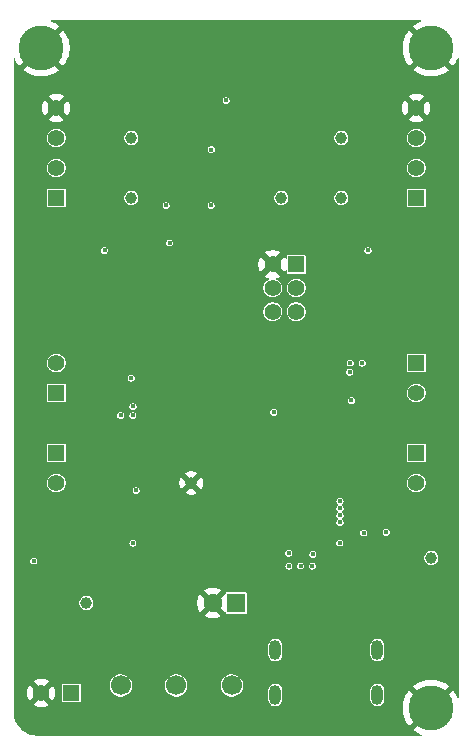
<source format=gbl>
G04 #@! TF.GenerationSoftware,KiCad,Pcbnew,9.0.0*
G04 #@! TF.CreationDate,2025-03-07T15:22:54-06:00*
G04 #@! TF.ProjectId,robo-roach-v1.0,726f626f-2d72-46f6-9163-682d76312e30,rev?*
G04 #@! TF.SameCoordinates,Original*
G04 #@! TF.FileFunction,Copper,L4,Bot*
G04 #@! TF.FilePolarity,Positive*
%FSLAX46Y46*%
G04 Gerber Fmt 4.6, Leading zero omitted, Abs format (unit mm)*
G04 Created by KiCad (PCBNEW 9.0.0) date 2025-03-07 15:22:54*
%MOMM*%
%LPD*%
G01*
G04 APERTURE LIST*
G04 #@! TA.AperFunction,ComponentPad*
%ADD10R,1.400000X1.400000*%
G04 #@! TD*
G04 #@! TA.AperFunction,ComponentPad*
%ADD11C,1.400000*%
G04 #@! TD*
G04 #@! TA.AperFunction,ComponentPad*
%ADD12C,1.000000*%
G04 #@! TD*
G04 #@! TA.AperFunction,HeatsinkPad*
%ADD13O,1.000000X1.700000*%
G04 #@! TD*
G04 #@! TA.AperFunction,ComponentPad*
%ADD14R,1.600000X1.600000*%
G04 #@! TD*
G04 #@! TA.AperFunction,ComponentPad*
%ADD15C,1.600000*%
G04 #@! TD*
G04 #@! TA.AperFunction,ComponentPad*
%ADD16C,3.800000*%
G04 #@! TD*
G04 #@! TA.AperFunction,ComponentPad*
%ADD17C,1.700000*%
G04 #@! TD*
G04 #@! TA.AperFunction,ViaPad*
%ADD18C,0.400000*%
G04 #@! TD*
G04 APERTURE END LIST*
D10*
X130810000Y-91440000D03*
D11*
X130810000Y-88900000D03*
X130810000Y-86360000D03*
X130810000Y-83820000D03*
D12*
X154940000Y-86360000D03*
D10*
X132080000Y-133350000D03*
D11*
X129540000Y-133350000D03*
D13*
X149350000Y-129715000D03*
X149350000Y-133515000D03*
X157990000Y-129715000D03*
X157990000Y-133515000D03*
D10*
X130810000Y-113030000D03*
D11*
X130810000Y-115570000D03*
D12*
X137160000Y-91440000D03*
D10*
X161290000Y-91440000D03*
D11*
X161290000Y-88900000D03*
X161290000Y-86360000D03*
X161290000Y-83820000D03*
D12*
X162560000Y-121920000D03*
D14*
X146050000Y-125730000D03*
D15*
X144050000Y-125730000D03*
D16*
X162560000Y-134620000D03*
D10*
X151130000Y-97060000D03*
D11*
X151130000Y-99060000D03*
X151130000Y-101060000D03*
X149130000Y-97060000D03*
X149130000Y-99060000D03*
X149130000Y-101060000D03*
D16*
X162560000Y-78740000D03*
D10*
X161290000Y-105410000D03*
D11*
X161290000Y-107950000D03*
D12*
X149860000Y-91440000D03*
D17*
X136270000Y-132715000D03*
X140970000Y-132715000D03*
X145670000Y-132715000D03*
D12*
X133350000Y-125730000D03*
D16*
X129540000Y-78740000D03*
D12*
X154940000Y-91440000D03*
X137160000Y-86360000D03*
D10*
X161290000Y-113030000D03*
D11*
X161290000Y-115570000D03*
D12*
X142240000Y-115570000D03*
D10*
X130810000Y-107950000D03*
D11*
X130810000Y-105410000D03*
D18*
X158750000Y-119737500D03*
X145187500Y-83185000D03*
X137160000Y-106680000D03*
X154807500Y-120650000D03*
X150495000Y-121512500D03*
X155652500Y-106180000D03*
X149225000Y-109577500D03*
X137300000Y-109855000D03*
X155802500Y-108585000D03*
X153670000Y-81280000D03*
X145642500Y-92075000D03*
X154832500Y-118300000D03*
X137567500Y-116205000D03*
X143830000Y-109552500D03*
X154832500Y-118900000D03*
X137292500Y-120650000D03*
X152500000Y-122600000D03*
X128905000Y-122165000D03*
X139900000Y-106700000D03*
X156718000Y-105410000D03*
X129540000Y-127000000D03*
X149600000Y-118600000D03*
X154077500Y-108585000D03*
X153670000Y-127000000D03*
X153100000Y-108600000D03*
X143867500Y-107315000D03*
X139567500Y-120650000D03*
X148162500Y-85385000D03*
X140970000Y-111760000D03*
X156420000Y-129535000D03*
X138885000Y-106680000D03*
X140970000Y-88900000D03*
X153670000Y-134620000D03*
X140970000Y-134620000D03*
X149582500Y-127000000D03*
X139900000Y-108077000D03*
X143937500Y-86035000D03*
X146912500Y-83185000D03*
X152757500Y-123825000D03*
X137517500Y-123825000D03*
X152532500Y-120650000D03*
X152532500Y-121600000D03*
X134922500Y-98110000D03*
X139292500Y-116205000D03*
X141832500Y-92075000D03*
X151500000Y-122600000D03*
X137310000Y-109085000D03*
X140970000Y-127000000D03*
X155702000Y-105400000D03*
X150920000Y-129535000D03*
X140107500Y-92075000D03*
X150495000Y-119787500D03*
X153670000Y-88900000D03*
X153670000Y-111760000D03*
X135255000Y-121562500D03*
X140400000Y-95250000D03*
X136271000Y-109855000D03*
X134897500Y-95885000D03*
X154832500Y-117100000D03*
X151400000Y-118600000D03*
X143937500Y-87335000D03*
X153670000Y-104140000D03*
X156845000Y-119787500D03*
X156845000Y-121512500D03*
X143917500Y-92075000D03*
X153100000Y-107200000D03*
X154832500Y-117700000D03*
X150500000Y-118600000D03*
X145350000Y-95250000D03*
X157177500Y-100010000D03*
X141605000Y-121512500D03*
X153670000Y-96520000D03*
X150500000Y-122600000D03*
X148162500Y-86685000D03*
X154227500Y-107180000D03*
X162538288Y-127000000D03*
X138735000Y-108085000D03*
X157757500Y-127000000D03*
X157202500Y-95885000D03*
X140970000Y-81280000D03*
G04 #@! TA.AperFunction,Conductor*
G36*
X161725578Y-76414852D02*
G01*
X161739930Y-76449500D01*
X161725578Y-76484148D01*
X161707114Y-76495750D01*
X161640107Y-76519196D01*
X161640101Y-76519199D01*
X161397257Y-76636147D01*
X161397247Y-76636152D01*
X161169001Y-76779567D01*
X161048899Y-76875345D01*
X161977263Y-77803709D01*
X161843398Y-77900967D01*
X161720967Y-78023398D01*
X161623709Y-78157263D01*
X160695345Y-77228899D01*
X160599567Y-77349001D01*
X160456152Y-77577247D01*
X160456147Y-77577257D01*
X160339199Y-77820101D01*
X160339196Y-77820107D01*
X160250163Y-78074550D01*
X160190180Y-78337356D01*
X160190180Y-78337360D01*
X160160000Y-78605218D01*
X160160000Y-78874781D01*
X160190180Y-79142639D01*
X160190180Y-79142643D01*
X160250163Y-79405449D01*
X160339196Y-79659892D01*
X160339199Y-79659898D01*
X160456147Y-79902742D01*
X160456152Y-79902752D01*
X160599567Y-80130998D01*
X160695345Y-80251099D01*
X161623708Y-79322736D01*
X161720967Y-79456602D01*
X161843398Y-79579033D01*
X161977262Y-79676290D01*
X161048899Y-80604653D01*
X161169001Y-80700432D01*
X161397247Y-80843847D01*
X161397257Y-80843852D01*
X161640101Y-80960800D01*
X161640107Y-80960803D01*
X161894550Y-81049836D01*
X161894549Y-81049836D01*
X162157358Y-81109819D01*
X162425218Y-81140000D01*
X162694782Y-81140000D01*
X162962639Y-81109819D01*
X162962643Y-81109819D01*
X163225449Y-81049836D01*
X163479892Y-80960803D01*
X163479898Y-80960800D01*
X163722742Y-80843852D01*
X163722752Y-80843847D01*
X163951000Y-80700430D01*
X163951007Y-80700426D01*
X164071098Y-80604654D01*
X164071099Y-80604653D01*
X163142736Y-79676290D01*
X163276602Y-79579033D01*
X163399033Y-79456602D01*
X163496290Y-79322736D01*
X164424653Y-80251099D01*
X164424654Y-80251098D01*
X164520426Y-80131007D01*
X164520430Y-80131000D01*
X164663847Y-79902752D01*
X164663852Y-79902742D01*
X164780800Y-79659898D01*
X164780803Y-79659892D01*
X164804250Y-79592885D01*
X164829240Y-79564922D01*
X164866684Y-79562819D01*
X164894647Y-79587809D01*
X164899500Y-79609069D01*
X164899500Y-133750930D01*
X164885148Y-133785578D01*
X164850500Y-133799930D01*
X164815852Y-133785578D01*
X164804250Y-133767114D01*
X164780803Y-133700107D01*
X164780800Y-133700101D01*
X164663852Y-133457257D01*
X164663847Y-133457247D01*
X164520432Y-133229001D01*
X164424653Y-133108899D01*
X163496290Y-134037262D01*
X163399033Y-133903398D01*
X163276602Y-133780967D01*
X163142735Y-133683708D01*
X164071099Y-132755345D01*
X163950998Y-132659567D01*
X163722752Y-132516152D01*
X163722742Y-132516147D01*
X163479898Y-132399199D01*
X163479892Y-132399196D01*
X163225449Y-132310163D01*
X163225450Y-132310163D01*
X162962641Y-132250180D01*
X162694782Y-132220000D01*
X162425218Y-132220000D01*
X162157360Y-132250180D01*
X162157356Y-132250180D01*
X161894550Y-132310163D01*
X161640107Y-132399196D01*
X161640101Y-132399199D01*
X161397257Y-132516147D01*
X161397247Y-132516152D01*
X161169001Y-132659567D01*
X161048899Y-132755345D01*
X161977263Y-133683709D01*
X161843398Y-133780967D01*
X161720967Y-133903398D01*
X161623709Y-134037263D01*
X160695345Y-133108899D01*
X160599567Y-133229001D01*
X160456152Y-133457247D01*
X160456147Y-133457257D01*
X160339199Y-133700101D01*
X160339196Y-133700107D01*
X160250163Y-133954550D01*
X160190180Y-134217356D01*
X160190180Y-134217360D01*
X160160000Y-134485218D01*
X160160000Y-134754781D01*
X160190180Y-135022639D01*
X160190180Y-135022643D01*
X160250163Y-135285449D01*
X160339196Y-135539892D01*
X160339199Y-135539898D01*
X160456147Y-135782742D01*
X160456152Y-135782752D01*
X160599567Y-136010998D01*
X160695345Y-136131099D01*
X161623708Y-135202736D01*
X161720967Y-135336602D01*
X161843398Y-135459033D01*
X161977262Y-135556290D01*
X161048899Y-136484653D01*
X161169001Y-136580432D01*
X161397247Y-136723847D01*
X161397257Y-136723852D01*
X161640101Y-136840800D01*
X161640107Y-136840803D01*
X161707114Y-136864250D01*
X161735078Y-136889240D01*
X161737180Y-136926684D01*
X161712190Y-136954648D01*
X161690930Y-136959500D01*
X129201603Y-136959500D01*
X129198398Y-136959395D01*
X128942213Y-136942603D01*
X128935864Y-136941767D01*
X128685636Y-136891994D01*
X128679457Y-136890339D01*
X128437862Y-136808328D01*
X128431941Y-136805875D01*
X128203129Y-136693038D01*
X128197582Y-136689835D01*
X128033849Y-136580432D01*
X127985451Y-136548093D01*
X127980366Y-136544191D01*
X127788554Y-136375977D01*
X127784022Y-136371445D01*
X127615808Y-136179633D01*
X127611906Y-136174548D01*
X127582874Y-136131099D01*
X127470161Y-135962413D01*
X127466966Y-135956878D01*
X127354122Y-135728054D01*
X127351671Y-135722137D01*
X127323589Y-135639410D01*
X127269657Y-135480534D01*
X127268007Y-135474373D01*
X127218229Y-135224122D01*
X127217396Y-135217786D01*
X127200605Y-134961601D01*
X127200500Y-134958396D01*
X127200500Y-134357883D01*
X128885669Y-134357883D01*
X128911063Y-134376331D01*
X129079361Y-134462084D01*
X129258998Y-134520451D01*
X129259001Y-134520452D01*
X129445559Y-134550000D01*
X129634441Y-134550000D01*
X129820998Y-134520452D01*
X129821001Y-134520451D01*
X130000638Y-134462084D01*
X130168933Y-134376333D01*
X130194328Y-134357882D01*
X129540000Y-133703554D01*
X128885669Y-134357883D01*
X127200500Y-134357883D01*
X127200500Y-133255558D01*
X128340000Y-133255558D01*
X128340000Y-133444441D01*
X128369547Y-133630998D01*
X128369548Y-133631001D01*
X128427915Y-133810638D01*
X128513669Y-133978939D01*
X128513671Y-133978943D01*
X128532115Y-134004328D01*
X128532116Y-134004328D01*
X129186446Y-133350000D01*
X129186446Y-133349999D01*
X129140369Y-133303922D01*
X129190000Y-133303922D01*
X129190000Y-133396078D01*
X129213852Y-133485095D01*
X129259930Y-133564905D01*
X129325095Y-133630070D01*
X129404905Y-133676148D01*
X129493922Y-133700000D01*
X129586078Y-133700000D01*
X129675095Y-133676148D01*
X129754905Y-133630070D01*
X129820070Y-133564905D01*
X129866148Y-133485095D01*
X129890000Y-133396078D01*
X129890000Y-133349999D01*
X129893554Y-133349999D01*
X129893554Y-133350000D01*
X130547882Y-134004328D01*
X130566333Y-133978933D01*
X130652084Y-133810638D01*
X130710451Y-133631001D01*
X130710452Y-133630998D01*
X130740000Y-133444441D01*
X130740000Y-133255558D01*
X130710452Y-133069001D01*
X130710451Y-133068998D01*
X130652084Y-132889361D01*
X130566331Y-132721063D01*
X130547883Y-132695669D01*
X129893554Y-133349999D01*
X129890000Y-133349999D01*
X129890000Y-133303922D01*
X129866148Y-133214905D01*
X129820070Y-133135095D01*
X129754905Y-133069930D01*
X129675095Y-133023852D01*
X129586078Y-133000000D01*
X129493922Y-133000000D01*
X129404905Y-133023852D01*
X129325095Y-133069930D01*
X129259930Y-133135095D01*
X129213852Y-133214905D01*
X129190000Y-133303922D01*
X129140369Y-133303922D01*
X128532117Y-132695670D01*
X128513666Y-132721066D01*
X128427915Y-132889361D01*
X128369548Y-133068998D01*
X128369547Y-133069001D01*
X128340000Y-133255558D01*
X127200500Y-133255558D01*
X127200500Y-132342117D01*
X128885670Y-132342117D01*
X129539999Y-132996445D01*
X129896350Y-132640095D01*
X131279500Y-132640095D01*
X131279500Y-134059894D01*
X131279501Y-134059898D01*
X131285331Y-134089213D01*
X131285331Y-134089214D01*
X131285332Y-134089215D01*
X131285332Y-134089216D01*
X131307542Y-134122456D01*
X131307543Y-134122457D01*
X131340787Y-134144669D01*
X131370101Y-134150500D01*
X132789898Y-134150499D01*
X132819213Y-134144669D01*
X132852457Y-134122457D01*
X132874669Y-134089213D01*
X132880500Y-134059899D01*
X132880499Y-132640102D01*
X132876776Y-132621384D01*
X135319500Y-132621384D01*
X135319500Y-132808616D01*
X135335561Y-132889361D01*
X135356026Y-132992248D01*
X135356029Y-132992258D01*
X135427675Y-133165225D01*
X135427676Y-133165227D01*
X135427678Y-133165231D01*
X135531698Y-133320908D01*
X135664092Y-133453302D01*
X135819769Y-133557322D01*
X135819774Y-133557324D01*
X135992741Y-133628970D01*
X135992743Y-133628970D01*
X135992749Y-133628973D01*
X136176384Y-133665500D01*
X136176387Y-133665500D01*
X136363613Y-133665500D01*
X136363616Y-133665500D01*
X136547251Y-133628973D01*
X136720231Y-133557322D01*
X136875908Y-133453302D01*
X137008302Y-133320908D01*
X137112322Y-133165231D01*
X137183973Y-132992251D01*
X137220500Y-132808616D01*
X137220500Y-132621384D01*
X140019500Y-132621384D01*
X140019500Y-132808616D01*
X140035561Y-132889361D01*
X140056026Y-132992248D01*
X140056029Y-132992258D01*
X140127675Y-133165225D01*
X140127676Y-133165227D01*
X140127678Y-133165231D01*
X140231698Y-133320908D01*
X140364092Y-133453302D01*
X140519769Y-133557322D01*
X140519774Y-133557324D01*
X140692741Y-133628970D01*
X140692743Y-133628970D01*
X140692749Y-133628973D01*
X140876384Y-133665500D01*
X140876387Y-133665500D01*
X141063613Y-133665500D01*
X141063616Y-133665500D01*
X141247251Y-133628973D01*
X141420231Y-133557322D01*
X141575908Y-133453302D01*
X141708302Y-133320908D01*
X141812322Y-133165231D01*
X141883973Y-132992251D01*
X141920500Y-132808616D01*
X141920500Y-132621384D01*
X144719500Y-132621384D01*
X144719500Y-132808616D01*
X144735561Y-132889361D01*
X144756026Y-132992248D01*
X144756029Y-132992258D01*
X144827675Y-133165225D01*
X144827676Y-133165227D01*
X144827678Y-133165231D01*
X144931698Y-133320908D01*
X145064092Y-133453302D01*
X145219769Y-133557322D01*
X145219774Y-133557324D01*
X145392741Y-133628970D01*
X145392743Y-133628970D01*
X145392749Y-133628973D01*
X145576384Y-133665500D01*
X145576387Y-133665500D01*
X145763613Y-133665500D01*
X145763616Y-133665500D01*
X145947251Y-133628973D01*
X146120231Y-133557322D01*
X146275908Y-133453302D01*
X146408302Y-133320908D01*
X146512322Y-133165231D01*
X146545166Y-133085939D01*
X148749500Y-133085939D01*
X148749500Y-133944060D01*
X148790422Y-134096782D01*
X148790423Y-134096786D01*
X148869475Y-134233709D01*
X148869478Y-134233713D01*
X148869480Y-134233716D01*
X148981284Y-134345520D01*
X148981287Y-134345521D01*
X148981290Y-134345524D01*
X149118213Y-134424576D01*
X149118215Y-134424576D01*
X149118216Y-134424577D01*
X149162766Y-134436514D01*
X149270939Y-134465499D01*
X149270940Y-134465500D01*
X149270943Y-134465500D01*
X149429060Y-134465500D01*
X149429060Y-134465499D01*
X149581784Y-134424577D01*
X149718716Y-134345520D01*
X149830520Y-134233716D01*
X149878565Y-134150499D01*
X149909576Y-134096786D01*
X149909576Y-134096785D01*
X149909577Y-134096784D01*
X149950499Y-133944060D01*
X149950500Y-133944060D01*
X149950500Y-133085940D01*
X149950499Y-133085939D01*
X157389500Y-133085939D01*
X157389500Y-133944060D01*
X157430422Y-134096782D01*
X157430423Y-134096786D01*
X157509475Y-134233709D01*
X157509478Y-134233713D01*
X157509480Y-134233716D01*
X157621284Y-134345520D01*
X157621287Y-134345521D01*
X157621290Y-134345524D01*
X157758213Y-134424576D01*
X157758215Y-134424576D01*
X157758216Y-134424577D01*
X157802766Y-134436514D01*
X157910939Y-134465499D01*
X157910940Y-134465500D01*
X157910943Y-134465500D01*
X158069060Y-134465500D01*
X158069060Y-134465499D01*
X158103406Y-134456295D01*
X158177236Y-134436514D01*
X158196851Y-134431257D01*
X158221784Y-134424577D01*
X158358716Y-134345520D01*
X158470520Y-134233716D01*
X158518565Y-134150499D01*
X158549576Y-134096786D01*
X158549576Y-134096785D01*
X158549577Y-134096784D01*
X158590499Y-133944060D01*
X158590500Y-133944060D01*
X158590500Y-133085940D01*
X158590499Y-133085939D01*
X158565395Y-132992251D01*
X158549577Y-132933216D01*
X158549576Y-132933215D01*
X158549576Y-132933213D01*
X158472083Y-132798990D01*
X158470524Y-132796290D01*
X158470521Y-132796287D01*
X158470520Y-132796284D01*
X158358716Y-132684480D01*
X158358713Y-132684478D01*
X158358709Y-132684475D01*
X158221786Y-132605423D01*
X158221782Y-132605422D01*
X158069060Y-132564500D01*
X158069057Y-132564500D01*
X157910943Y-132564500D01*
X157910940Y-132564500D01*
X157758217Y-132605422D01*
X157758213Y-132605423D01*
X157621290Y-132684475D01*
X157621281Y-132684482D01*
X157509482Y-132796281D01*
X157509475Y-132796290D01*
X157430423Y-132933213D01*
X157430422Y-132933217D01*
X157389500Y-133085939D01*
X149950499Y-133085939D01*
X149925395Y-132992251D01*
X149909577Y-132933216D01*
X149909576Y-132933215D01*
X149909576Y-132933213D01*
X149830524Y-132796290D01*
X149830521Y-132796287D01*
X149830520Y-132796284D01*
X149718716Y-132684480D01*
X149718713Y-132684478D01*
X149718709Y-132684475D01*
X149581786Y-132605423D01*
X149581782Y-132605422D01*
X149429060Y-132564500D01*
X149429057Y-132564500D01*
X149270943Y-132564500D01*
X149270940Y-132564500D01*
X149118217Y-132605422D01*
X149118213Y-132605423D01*
X148981290Y-132684475D01*
X148981281Y-132684482D01*
X148869482Y-132796281D01*
X148869475Y-132796290D01*
X148790423Y-132933213D01*
X148790422Y-132933217D01*
X148749500Y-133085939D01*
X146545166Y-133085939D01*
X146583973Y-132992251D01*
X146620500Y-132808616D01*
X146620500Y-132621384D01*
X146583973Y-132437749D01*
X146512322Y-132264769D01*
X146408302Y-132109092D01*
X146275908Y-131976698D01*
X146120231Y-131872678D01*
X146120227Y-131872676D01*
X146120225Y-131872675D01*
X145947258Y-131801029D01*
X145947248Y-131801026D01*
X145873194Y-131786296D01*
X145763616Y-131764500D01*
X145576384Y-131764500D01*
X145484986Y-131782680D01*
X145392751Y-131801026D01*
X145392741Y-131801029D01*
X145219774Y-131872675D01*
X145219770Y-131872677D01*
X145219769Y-131872678D01*
X145180195Y-131899120D01*
X145064092Y-131976697D01*
X144931697Y-132109092D01*
X144827675Y-132264774D01*
X144756029Y-132437741D01*
X144756026Y-132437751D01*
X144740433Y-132516147D01*
X144719500Y-132621384D01*
X141920500Y-132621384D01*
X141883973Y-132437749D01*
X141812322Y-132264769D01*
X141708302Y-132109092D01*
X141575908Y-131976698D01*
X141420231Y-131872678D01*
X141420227Y-131872676D01*
X141420225Y-131872675D01*
X141247258Y-131801029D01*
X141247248Y-131801026D01*
X141173194Y-131786296D01*
X141063616Y-131764500D01*
X140876384Y-131764500D01*
X140784986Y-131782680D01*
X140692751Y-131801026D01*
X140692741Y-131801029D01*
X140519774Y-131872675D01*
X140519770Y-131872677D01*
X140519769Y-131872678D01*
X140480195Y-131899120D01*
X140364092Y-131976697D01*
X140231697Y-132109092D01*
X140127675Y-132264774D01*
X140056029Y-132437741D01*
X140056026Y-132437751D01*
X140040433Y-132516147D01*
X140019500Y-132621384D01*
X137220500Y-132621384D01*
X137183973Y-132437749D01*
X137112322Y-132264769D01*
X137008302Y-132109092D01*
X136875908Y-131976698D01*
X136720231Y-131872678D01*
X136720227Y-131872676D01*
X136720225Y-131872675D01*
X136547258Y-131801029D01*
X136547248Y-131801026D01*
X136473194Y-131786296D01*
X136363616Y-131764500D01*
X136176384Y-131764500D01*
X136084986Y-131782680D01*
X135992751Y-131801026D01*
X135992741Y-131801029D01*
X135819774Y-131872675D01*
X135819770Y-131872677D01*
X135819769Y-131872678D01*
X135780195Y-131899120D01*
X135664092Y-131976697D01*
X135531697Y-132109092D01*
X135427675Y-132264774D01*
X135356029Y-132437741D01*
X135356026Y-132437751D01*
X135340433Y-132516147D01*
X135319500Y-132621384D01*
X132876776Y-132621384D01*
X132874669Y-132610787D01*
X132874667Y-132610784D01*
X132874667Y-132610783D01*
X132852457Y-132577543D01*
X132819212Y-132555330D01*
X132789901Y-132549500D01*
X131370105Y-132549500D01*
X131370104Y-132549500D01*
X131370102Y-132549501D01*
X131340787Y-132555331D01*
X131340786Y-132555331D01*
X131340784Y-132555332D01*
X131340783Y-132555332D01*
X131307543Y-132577542D01*
X131285330Y-132610786D01*
X131285330Y-132610787D01*
X131279500Y-132640095D01*
X129896350Y-132640095D01*
X129933399Y-132603046D01*
X130194328Y-132342116D01*
X130194328Y-132342115D01*
X130168943Y-132323671D01*
X130168939Y-132323669D01*
X130000638Y-132237915D01*
X129821001Y-132179548D01*
X129820998Y-132179547D01*
X129634441Y-132150000D01*
X129445559Y-132150000D01*
X129259001Y-132179547D01*
X129258998Y-132179548D01*
X129079361Y-132237915D01*
X128911066Y-132323666D01*
X128885670Y-132342117D01*
X127200500Y-132342117D01*
X127200500Y-129285939D01*
X148749500Y-129285939D01*
X148749500Y-130144060D01*
X148790422Y-130296782D01*
X148790423Y-130296786D01*
X148869475Y-130433709D01*
X148869478Y-130433713D01*
X148869480Y-130433716D01*
X148981284Y-130545520D01*
X148981287Y-130545521D01*
X148981290Y-130545524D01*
X149118213Y-130624576D01*
X149118215Y-130624576D01*
X149118216Y-130624577D01*
X149238665Y-130656851D01*
X149270939Y-130665499D01*
X149270940Y-130665500D01*
X149270943Y-130665500D01*
X149429060Y-130665500D01*
X149429060Y-130665499D01*
X149581784Y-130624577D01*
X149718716Y-130545520D01*
X149830520Y-130433716D01*
X149909577Y-130296784D01*
X149950499Y-130144060D01*
X149950500Y-130144060D01*
X149950500Y-129285940D01*
X149950499Y-129285939D01*
X157389500Y-129285939D01*
X157389500Y-130144060D01*
X157430422Y-130296782D01*
X157430423Y-130296786D01*
X157509475Y-130433709D01*
X157509478Y-130433713D01*
X157509480Y-130433716D01*
X157621284Y-130545520D01*
X157621287Y-130545521D01*
X157621290Y-130545524D01*
X157758213Y-130624576D01*
X157758215Y-130624576D01*
X157758216Y-130624577D01*
X157878665Y-130656851D01*
X157910939Y-130665499D01*
X157910940Y-130665500D01*
X157910943Y-130665500D01*
X158069060Y-130665500D01*
X158069060Y-130665499D01*
X158221784Y-130624577D01*
X158358716Y-130545520D01*
X158470520Y-130433716D01*
X158549577Y-130296784D01*
X158590499Y-130144060D01*
X158590500Y-130144060D01*
X158590500Y-129285940D01*
X158590499Y-129285939D01*
X158549577Y-129133217D01*
X158549576Y-129133213D01*
X158470524Y-128996290D01*
X158470521Y-128996287D01*
X158470520Y-128996284D01*
X158358716Y-128884480D01*
X158358713Y-128884478D01*
X158358709Y-128884475D01*
X158221786Y-128805423D01*
X158221782Y-128805422D01*
X158069060Y-128764500D01*
X158069057Y-128764500D01*
X157910943Y-128764500D01*
X157910940Y-128764500D01*
X157758217Y-128805422D01*
X157758213Y-128805423D01*
X157621290Y-128884475D01*
X157621281Y-128884482D01*
X157509482Y-128996281D01*
X157509475Y-128996290D01*
X157430423Y-129133213D01*
X157430422Y-129133217D01*
X157389500Y-129285939D01*
X149950499Y-129285939D01*
X149909577Y-129133217D01*
X149909576Y-129133213D01*
X149830524Y-128996290D01*
X149830521Y-128996287D01*
X149830520Y-128996284D01*
X149718716Y-128884480D01*
X149718713Y-128884478D01*
X149718709Y-128884475D01*
X149581786Y-128805423D01*
X149581782Y-128805422D01*
X149429060Y-128764500D01*
X149429057Y-128764500D01*
X149270943Y-128764500D01*
X149270940Y-128764500D01*
X149118217Y-128805422D01*
X149118213Y-128805423D01*
X148981290Y-128884475D01*
X148981281Y-128884482D01*
X148869482Y-128996281D01*
X148869475Y-128996290D01*
X148790423Y-129133213D01*
X148790422Y-129133217D01*
X148749500Y-129285939D01*
X127200500Y-129285939D01*
X127200500Y-125650939D01*
X132749500Y-125650939D01*
X132749500Y-125809060D01*
X132790422Y-125961782D01*
X132790423Y-125961786D01*
X132869475Y-126098709D01*
X132869478Y-126098713D01*
X132869480Y-126098716D01*
X132981284Y-126210520D01*
X132981287Y-126210521D01*
X132981290Y-126210524D01*
X133118213Y-126289576D01*
X133118215Y-126289576D01*
X133118216Y-126289577D01*
X133238665Y-126321851D01*
X133270939Y-126330499D01*
X133270940Y-126330500D01*
X133270943Y-126330500D01*
X133429060Y-126330500D01*
X133429060Y-126330499D01*
X133581784Y-126289577D01*
X133718716Y-126210520D01*
X133830520Y-126098716D01*
X133909577Y-125961784D01*
X133950499Y-125809060D01*
X133950500Y-125809060D01*
X133950500Y-125650940D01*
X133950499Y-125650939D01*
X133947152Y-125638445D01*
X133944270Y-125627688D01*
X142750000Y-125627688D01*
X142750000Y-125832311D01*
X142782009Y-126034414D01*
X142782010Y-126034417D01*
X142845243Y-126229028D01*
X142938138Y-126411346D01*
X142938139Y-126411348D01*
X142970524Y-126455921D01*
X143650000Y-125776445D01*
X143650000Y-125782661D01*
X143677259Y-125884394D01*
X143729920Y-125975606D01*
X143804394Y-126050080D01*
X143895606Y-126102741D01*
X143997339Y-126130000D01*
X144003553Y-126130000D01*
X143324076Y-126809475D01*
X143368653Y-126841861D01*
X143550971Y-126934756D01*
X143745582Y-126997989D01*
X143745585Y-126997990D01*
X143947689Y-127030000D01*
X144152311Y-127030000D01*
X144354414Y-126997990D01*
X144354417Y-126997989D01*
X144549028Y-126934756D01*
X144731343Y-126841863D01*
X144775921Y-126809474D01*
X144096447Y-126130000D01*
X144102661Y-126130000D01*
X144204394Y-126102741D01*
X144295606Y-126050080D01*
X144370080Y-125975606D01*
X144422741Y-125884394D01*
X144450000Y-125782661D01*
X144450000Y-125776447D01*
X145135148Y-126461595D01*
X145149500Y-126496242D01*
X145149500Y-126539894D01*
X145149501Y-126539898D01*
X145155331Y-126569213D01*
X145155331Y-126569214D01*
X145155332Y-126569215D01*
X145155332Y-126569216D01*
X145177542Y-126602456D01*
X145177543Y-126602457D01*
X145210787Y-126624669D01*
X145240101Y-126630500D01*
X146859898Y-126630499D01*
X146889213Y-126624669D01*
X146922457Y-126602457D01*
X146944669Y-126569213D01*
X146950500Y-126539899D01*
X146950499Y-124920102D01*
X146944669Y-124890787D01*
X146944667Y-124890784D01*
X146944667Y-124890783D01*
X146922457Y-124857543D01*
X146889212Y-124835330D01*
X146859901Y-124829500D01*
X145240105Y-124829500D01*
X145240104Y-124829500D01*
X145240102Y-124829501D01*
X145210787Y-124835331D01*
X145210786Y-124835331D01*
X145210784Y-124835332D01*
X145210783Y-124835332D01*
X145177543Y-124857542D01*
X145155330Y-124890786D01*
X145155330Y-124890787D01*
X145149500Y-124920095D01*
X145149500Y-124963756D01*
X145135148Y-124998404D01*
X144450000Y-125683552D01*
X144450000Y-125677339D01*
X144422741Y-125575606D01*
X144370080Y-125484394D01*
X144295606Y-125409920D01*
X144204394Y-125357259D01*
X144102661Y-125330000D01*
X144096445Y-125330000D01*
X144775921Y-124650524D01*
X144731348Y-124618139D01*
X144731346Y-124618138D01*
X144549028Y-124525243D01*
X144354417Y-124462010D01*
X144354414Y-124462009D01*
X144152311Y-124430000D01*
X143947689Y-124430000D01*
X143745585Y-124462009D01*
X143745582Y-124462010D01*
X143550971Y-124525243D01*
X143368653Y-124618138D01*
X143368644Y-124618143D01*
X143324077Y-124650523D01*
X143324077Y-124650524D01*
X144003553Y-125330000D01*
X143997339Y-125330000D01*
X143895606Y-125357259D01*
X143804394Y-125409920D01*
X143729920Y-125484394D01*
X143677259Y-125575606D01*
X143650000Y-125677339D01*
X143650000Y-125683553D01*
X142970524Y-125004077D01*
X142970523Y-125004077D01*
X142938143Y-125048644D01*
X142938138Y-125048653D01*
X142845243Y-125230971D01*
X142782010Y-125425582D01*
X142782009Y-125425585D01*
X142750000Y-125627688D01*
X133944270Y-125627688D01*
X133909577Y-125498217D01*
X133909576Y-125498213D01*
X133830524Y-125361290D01*
X133830521Y-125361287D01*
X133830520Y-125361284D01*
X133718716Y-125249480D01*
X133718713Y-125249478D01*
X133718709Y-125249475D01*
X133581786Y-125170423D01*
X133581782Y-125170422D01*
X133429060Y-125129500D01*
X133429057Y-125129500D01*
X133270943Y-125129500D01*
X133270940Y-125129500D01*
X133118217Y-125170422D01*
X133118213Y-125170423D01*
X132981290Y-125249475D01*
X132981281Y-125249482D01*
X132869482Y-125361281D01*
X132869475Y-125361290D01*
X132790423Y-125498213D01*
X132790422Y-125498217D01*
X132749500Y-125650939D01*
X127200500Y-125650939D01*
X127200500Y-122560436D01*
X150199500Y-122560436D01*
X150199500Y-122639563D01*
X150219979Y-122715989D01*
X150219979Y-122715991D01*
X150259540Y-122784511D01*
X150315489Y-122840460D01*
X150384011Y-122880021D01*
X150419478Y-122889524D01*
X150460436Y-122900500D01*
X150460438Y-122900500D01*
X150539564Y-122900500D01*
X150566230Y-122893354D01*
X150615989Y-122880021D01*
X150684511Y-122840460D01*
X150740460Y-122784511D01*
X150780021Y-122715989D01*
X150800500Y-122639562D01*
X150800500Y-122560438D01*
X150800500Y-122560436D01*
X151199500Y-122560436D01*
X151199500Y-122639563D01*
X151219979Y-122715989D01*
X151219979Y-122715991D01*
X151259540Y-122784511D01*
X151315489Y-122840460D01*
X151384011Y-122880021D01*
X151419478Y-122889524D01*
X151460436Y-122900500D01*
X151460438Y-122900500D01*
X151539564Y-122900500D01*
X151566230Y-122893354D01*
X151615989Y-122880021D01*
X151684511Y-122840460D01*
X151740460Y-122784511D01*
X151780021Y-122715989D01*
X151800500Y-122639562D01*
X151800500Y-122560438D01*
X151800500Y-122560436D01*
X152199500Y-122560436D01*
X152199500Y-122639563D01*
X152219979Y-122715989D01*
X152219979Y-122715991D01*
X152259540Y-122784511D01*
X152315489Y-122840460D01*
X152384011Y-122880021D01*
X152419478Y-122889524D01*
X152460436Y-122900500D01*
X152460438Y-122900500D01*
X152539564Y-122900500D01*
X152566230Y-122893354D01*
X152615989Y-122880021D01*
X152684511Y-122840460D01*
X152740460Y-122784511D01*
X152780021Y-122715989D01*
X152800500Y-122639562D01*
X152800500Y-122560438D01*
X152800500Y-122560436D01*
X152789798Y-122520499D01*
X152780021Y-122484011D01*
X152780020Y-122484009D01*
X152780020Y-122484008D01*
X152740459Y-122415488D01*
X152684511Y-122359540D01*
X152615990Y-122319979D01*
X152539564Y-122299500D01*
X152539562Y-122299500D01*
X152460438Y-122299500D01*
X152460436Y-122299500D01*
X152384010Y-122319979D01*
X152384008Y-122319979D01*
X152315488Y-122359540D01*
X152315488Y-122359541D01*
X152259541Y-122415488D01*
X152259540Y-122415488D01*
X152219979Y-122484008D01*
X152219979Y-122484010D01*
X152199500Y-122560436D01*
X151800500Y-122560436D01*
X151789798Y-122520499D01*
X151780021Y-122484011D01*
X151780020Y-122484009D01*
X151780020Y-122484008D01*
X151740459Y-122415488D01*
X151684511Y-122359540D01*
X151615990Y-122319979D01*
X151539564Y-122299500D01*
X151539562Y-122299500D01*
X151460438Y-122299500D01*
X151460436Y-122299500D01*
X151384010Y-122319979D01*
X151384008Y-122319979D01*
X151315488Y-122359540D01*
X151315488Y-122359541D01*
X151259541Y-122415488D01*
X151259540Y-122415488D01*
X151219979Y-122484008D01*
X151219979Y-122484010D01*
X151199500Y-122560436D01*
X150800500Y-122560436D01*
X150789798Y-122520499D01*
X150780021Y-122484011D01*
X150780020Y-122484009D01*
X150780020Y-122484008D01*
X150740459Y-122415488D01*
X150684511Y-122359540D01*
X150615990Y-122319979D01*
X150539564Y-122299500D01*
X150539562Y-122299500D01*
X150460438Y-122299500D01*
X150460436Y-122299500D01*
X150384010Y-122319979D01*
X150384008Y-122319979D01*
X150315488Y-122359540D01*
X150315488Y-122359541D01*
X150259541Y-122415488D01*
X150259540Y-122415488D01*
X150219979Y-122484008D01*
X150219979Y-122484010D01*
X150199500Y-122560436D01*
X127200500Y-122560436D01*
X127200500Y-122125436D01*
X128604500Y-122125436D01*
X128604500Y-122204563D01*
X128624979Y-122280989D01*
X128624979Y-122280991D01*
X128664540Y-122349511D01*
X128720489Y-122405460D01*
X128789011Y-122445021D01*
X128824478Y-122454524D01*
X128865436Y-122465500D01*
X128865438Y-122465500D01*
X128944564Y-122465500D01*
X128971230Y-122458354D01*
X129020989Y-122445021D01*
X129089511Y-122405460D01*
X129145460Y-122349511D01*
X129185021Y-122280989D01*
X129205500Y-122204562D01*
X129205500Y-122125438D01*
X129205500Y-122125436D01*
X129196843Y-122093134D01*
X129185021Y-122049011D01*
X129185020Y-122049009D01*
X129185020Y-122049008D01*
X129145459Y-121980488D01*
X129089511Y-121924540D01*
X129020990Y-121884979D01*
X128944564Y-121864500D01*
X128944562Y-121864500D01*
X128865438Y-121864500D01*
X128865436Y-121864500D01*
X128789010Y-121884979D01*
X128789008Y-121884979D01*
X128720488Y-121924540D01*
X128720488Y-121924541D01*
X128664541Y-121980488D01*
X128664540Y-121980488D01*
X128624979Y-122049008D01*
X128624979Y-122049010D01*
X128604500Y-122125436D01*
X127200500Y-122125436D01*
X127200500Y-121472936D01*
X150194500Y-121472936D01*
X150194500Y-121552063D01*
X150214979Y-121628489D01*
X150214979Y-121628491D01*
X150249460Y-121688213D01*
X150254540Y-121697011D01*
X150310489Y-121752960D01*
X150379011Y-121792521D01*
X150414478Y-121802024D01*
X150455436Y-121813000D01*
X150455438Y-121813000D01*
X150534564Y-121813000D01*
X150561230Y-121805854D01*
X150610989Y-121792521D01*
X150679511Y-121752960D01*
X150735460Y-121697011D01*
X150775021Y-121628489D01*
X150793256Y-121560436D01*
X152232000Y-121560436D01*
X152232000Y-121639563D01*
X152252479Y-121715989D01*
X152252479Y-121715991D01*
X152273824Y-121752960D01*
X152292040Y-121784511D01*
X152347989Y-121840460D01*
X152416511Y-121880021D01*
X152451978Y-121889524D01*
X152492936Y-121900500D01*
X152492938Y-121900500D01*
X152572064Y-121900500D01*
X152598730Y-121893354D01*
X152648489Y-121880021D01*
X152716181Y-121840939D01*
X161959500Y-121840939D01*
X161959500Y-121999060D01*
X162000422Y-122151782D01*
X162000423Y-122151786D01*
X162079475Y-122288709D01*
X162079478Y-122288713D01*
X162079480Y-122288716D01*
X162191284Y-122400520D01*
X162191287Y-122400521D01*
X162191290Y-122400524D01*
X162328213Y-122479576D01*
X162328215Y-122479576D01*
X162328216Y-122479577D01*
X162448665Y-122511851D01*
X162480939Y-122520499D01*
X162480940Y-122520500D01*
X162480943Y-122520500D01*
X162639060Y-122520500D01*
X162639060Y-122520499D01*
X162791784Y-122479577D01*
X162816167Y-122465500D01*
X162928709Y-122400524D01*
X162928708Y-122400524D01*
X162928716Y-122400520D01*
X163040520Y-122288716D01*
X163119577Y-122151784D01*
X163160499Y-121999060D01*
X163160500Y-121999060D01*
X163160500Y-121840939D01*
X163121934Y-121697012D01*
X163119577Y-121688216D01*
X163119576Y-121688215D01*
X163119576Y-121688213D01*
X163040524Y-121551290D01*
X163040521Y-121551287D01*
X163040520Y-121551284D01*
X162928716Y-121439480D01*
X162928713Y-121439478D01*
X162928709Y-121439475D01*
X162791786Y-121360423D01*
X162791782Y-121360422D01*
X162639060Y-121319500D01*
X162639057Y-121319500D01*
X162480943Y-121319500D01*
X162480940Y-121319500D01*
X162328217Y-121360422D01*
X162328213Y-121360423D01*
X162191290Y-121439475D01*
X162191281Y-121439482D01*
X162079482Y-121551281D01*
X162079475Y-121551290D01*
X162000423Y-121688213D01*
X162000422Y-121688217D01*
X161959500Y-121840939D01*
X152716181Y-121840939D01*
X152717011Y-121840460D01*
X152772960Y-121784511D01*
X152812521Y-121715989D01*
X152833000Y-121639562D01*
X152833000Y-121560438D01*
X152833000Y-121560436D01*
X152824343Y-121528134D01*
X152812521Y-121484011D01*
X152812520Y-121484009D01*
X152812520Y-121484008D01*
X152772959Y-121415488D01*
X152717011Y-121359540D01*
X152648490Y-121319979D01*
X152572064Y-121299500D01*
X152572062Y-121299500D01*
X152492938Y-121299500D01*
X152492936Y-121299500D01*
X152416510Y-121319979D01*
X152416508Y-121319979D01*
X152347988Y-121359540D01*
X152347988Y-121359541D01*
X152292041Y-121415488D01*
X152292040Y-121415488D01*
X152252479Y-121484008D01*
X152252479Y-121484010D01*
X152232000Y-121560436D01*
X150793256Y-121560436D01*
X150795500Y-121552062D01*
X150795500Y-121472938D01*
X150795500Y-121472936D01*
X150780106Y-121415488D01*
X150775021Y-121396511D01*
X150775020Y-121396509D01*
X150775020Y-121396508D01*
X150735459Y-121327988D01*
X150679511Y-121272040D01*
X150610990Y-121232479D01*
X150534564Y-121212000D01*
X150534562Y-121212000D01*
X150455438Y-121212000D01*
X150455436Y-121212000D01*
X150379010Y-121232479D01*
X150379008Y-121232479D01*
X150310488Y-121272040D01*
X150310488Y-121272041D01*
X150254541Y-121327988D01*
X150254540Y-121327988D01*
X150214979Y-121396508D01*
X150214979Y-121396510D01*
X150194500Y-121472936D01*
X127200500Y-121472936D01*
X127200500Y-120610436D01*
X136992000Y-120610436D01*
X136992000Y-120689563D01*
X137012479Y-120765989D01*
X137012479Y-120765991D01*
X137052040Y-120834511D01*
X137107989Y-120890460D01*
X137176511Y-120930021D01*
X137211978Y-120939524D01*
X137252936Y-120950500D01*
X137252938Y-120950500D01*
X137332064Y-120950500D01*
X137358730Y-120943354D01*
X137408489Y-120930021D01*
X137477011Y-120890460D01*
X137532960Y-120834511D01*
X137572521Y-120765989D01*
X137593000Y-120689562D01*
X137593000Y-120610438D01*
X137593000Y-120610436D01*
X154507000Y-120610436D01*
X154507000Y-120689563D01*
X154527479Y-120765989D01*
X154527479Y-120765991D01*
X154567040Y-120834511D01*
X154622989Y-120890460D01*
X154691511Y-120930021D01*
X154726978Y-120939524D01*
X154767936Y-120950500D01*
X154767938Y-120950500D01*
X154847064Y-120950500D01*
X154873730Y-120943354D01*
X154923489Y-120930021D01*
X154992011Y-120890460D01*
X155047960Y-120834511D01*
X155087521Y-120765989D01*
X155108000Y-120689562D01*
X155108000Y-120610438D01*
X155108000Y-120610436D01*
X155099343Y-120578134D01*
X155087521Y-120534011D01*
X155087520Y-120534009D01*
X155087520Y-120534008D01*
X155047959Y-120465488D01*
X154992011Y-120409540D01*
X154923490Y-120369979D01*
X154847064Y-120349500D01*
X154847062Y-120349500D01*
X154767938Y-120349500D01*
X154767936Y-120349500D01*
X154691510Y-120369979D01*
X154691508Y-120369979D01*
X154622988Y-120409540D01*
X154622988Y-120409541D01*
X154567041Y-120465488D01*
X154567040Y-120465488D01*
X154527479Y-120534008D01*
X154527479Y-120534010D01*
X154507000Y-120610436D01*
X137593000Y-120610436D01*
X137584343Y-120578134D01*
X137572521Y-120534011D01*
X137572520Y-120534009D01*
X137572520Y-120534008D01*
X137532959Y-120465488D01*
X137477011Y-120409540D01*
X137408490Y-120369979D01*
X137332064Y-120349500D01*
X137332062Y-120349500D01*
X137252938Y-120349500D01*
X137252936Y-120349500D01*
X137176510Y-120369979D01*
X137176508Y-120369979D01*
X137107988Y-120409540D01*
X137107988Y-120409541D01*
X137052041Y-120465488D01*
X137052040Y-120465488D01*
X137012479Y-120534008D01*
X137012479Y-120534010D01*
X136992000Y-120610436D01*
X127200500Y-120610436D01*
X127200500Y-119747936D01*
X156544500Y-119747936D01*
X156544500Y-119827063D01*
X156564979Y-119903489D01*
X156564979Y-119903491D01*
X156604540Y-119972011D01*
X156660489Y-120027960D01*
X156729011Y-120067521D01*
X156764478Y-120077024D01*
X156805436Y-120088000D01*
X156805438Y-120088000D01*
X156884564Y-120088000D01*
X156911230Y-120080854D01*
X156960989Y-120067521D01*
X157029511Y-120027960D01*
X157085460Y-119972011D01*
X157125021Y-119903489D01*
X157145500Y-119827062D01*
X157145500Y-119747938D01*
X157145500Y-119747936D01*
X157134640Y-119707409D01*
X157134640Y-119707408D01*
X157132102Y-119697936D01*
X158449500Y-119697936D01*
X158449500Y-119777063D01*
X158469979Y-119853489D01*
X158469979Y-119853491D01*
X158509540Y-119922011D01*
X158565489Y-119977960D01*
X158634011Y-120017521D01*
X158669478Y-120027024D01*
X158710436Y-120038000D01*
X158710438Y-120038000D01*
X158789564Y-120038000D01*
X158816230Y-120030854D01*
X158865989Y-120017521D01*
X158934511Y-119977960D01*
X158990460Y-119922011D01*
X159030021Y-119853489D01*
X159050500Y-119777062D01*
X159050500Y-119697938D01*
X159050500Y-119697936D01*
X159041843Y-119665634D01*
X159030021Y-119621511D01*
X159030020Y-119621509D01*
X159030020Y-119621508D01*
X158990459Y-119552988D01*
X158934511Y-119497040D01*
X158865990Y-119457479D01*
X158789564Y-119437000D01*
X158789562Y-119437000D01*
X158710438Y-119437000D01*
X158710436Y-119437000D01*
X158634010Y-119457479D01*
X158634008Y-119457479D01*
X158565488Y-119497040D01*
X158565488Y-119497041D01*
X158509541Y-119552988D01*
X158509540Y-119552988D01*
X158469979Y-119621508D01*
X158469979Y-119621510D01*
X158449500Y-119697936D01*
X157132102Y-119697936D01*
X157125021Y-119671512D01*
X157125020Y-119671508D01*
X157085459Y-119602988D01*
X157029511Y-119547040D01*
X156960990Y-119507479D01*
X156884564Y-119487000D01*
X156884562Y-119487000D01*
X156805438Y-119487000D01*
X156805436Y-119487000D01*
X156729010Y-119507479D01*
X156729008Y-119507479D01*
X156660488Y-119547040D01*
X156660488Y-119547041D01*
X156604541Y-119602988D01*
X156604540Y-119602988D01*
X156564979Y-119671508D01*
X156564979Y-119671510D01*
X156544500Y-119747936D01*
X127200500Y-119747936D01*
X127200500Y-117060436D01*
X154532000Y-117060436D01*
X154532000Y-117139563D01*
X154552479Y-117215989D01*
X154552479Y-117215991D01*
X154592040Y-117284511D01*
X154647989Y-117340460D01*
X154677616Y-117357565D01*
X154700446Y-117387319D01*
X154695550Y-117424501D01*
X154677616Y-117442435D01*
X154647986Y-117459542D01*
X154592041Y-117515488D01*
X154592040Y-117515488D01*
X154552479Y-117584008D01*
X154552479Y-117584010D01*
X154532000Y-117660436D01*
X154532000Y-117739563D01*
X154552479Y-117815989D01*
X154552479Y-117815991D01*
X154592040Y-117884511D01*
X154647989Y-117940460D01*
X154677616Y-117957565D01*
X154700446Y-117987319D01*
X154695550Y-118024501D01*
X154677616Y-118042435D01*
X154647986Y-118059542D01*
X154592041Y-118115488D01*
X154592040Y-118115488D01*
X154552479Y-118184008D01*
X154552479Y-118184010D01*
X154532000Y-118260436D01*
X154532000Y-118339563D01*
X154552479Y-118415989D01*
X154552479Y-118415991D01*
X154592040Y-118484511D01*
X154647989Y-118540460D01*
X154677616Y-118557565D01*
X154700446Y-118587319D01*
X154695550Y-118624501D01*
X154677616Y-118642435D01*
X154647986Y-118659542D01*
X154592041Y-118715488D01*
X154592040Y-118715488D01*
X154552479Y-118784008D01*
X154552479Y-118784010D01*
X154532000Y-118860436D01*
X154532000Y-118939563D01*
X154552479Y-119015989D01*
X154552479Y-119015991D01*
X154592040Y-119084511D01*
X154647989Y-119140460D01*
X154716511Y-119180021D01*
X154751978Y-119189524D01*
X154792936Y-119200500D01*
X154792938Y-119200500D01*
X154872064Y-119200500D01*
X154898730Y-119193354D01*
X154948489Y-119180021D01*
X155017011Y-119140460D01*
X155072960Y-119084511D01*
X155112521Y-119015989D01*
X155133000Y-118939562D01*
X155133000Y-118860438D01*
X155133000Y-118860436D01*
X155124343Y-118828134D01*
X155112521Y-118784011D01*
X155112520Y-118784009D01*
X155112520Y-118784008D01*
X155072959Y-118715488D01*
X155017011Y-118659540D01*
X154987384Y-118642435D01*
X154964554Y-118612682D01*
X154969449Y-118575500D01*
X154987384Y-118557565D01*
X155017011Y-118540460D01*
X155072960Y-118484511D01*
X155112521Y-118415989D01*
X155133000Y-118339562D01*
X155133000Y-118260438D01*
X155133000Y-118260436D01*
X155124343Y-118228134D01*
X155112521Y-118184011D01*
X155112520Y-118184009D01*
X155112520Y-118184008D01*
X155072959Y-118115488D01*
X155017011Y-118059540D01*
X154987384Y-118042435D01*
X154964554Y-118012682D01*
X154969449Y-117975500D01*
X154987384Y-117957565D01*
X155017011Y-117940460D01*
X155072960Y-117884511D01*
X155112521Y-117815989D01*
X155133000Y-117739562D01*
X155133000Y-117660438D01*
X155133000Y-117660436D01*
X155124343Y-117628134D01*
X155112521Y-117584011D01*
X155112520Y-117584009D01*
X155112520Y-117584008D01*
X155072959Y-117515488D01*
X155017011Y-117459540D01*
X154987384Y-117442435D01*
X154964554Y-117412682D01*
X154969449Y-117375500D01*
X154987384Y-117357565D01*
X155017011Y-117340460D01*
X155072960Y-117284511D01*
X155112521Y-117215989D01*
X155133000Y-117139562D01*
X155133000Y-117060438D01*
X155133000Y-117060436D01*
X155124343Y-117028134D01*
X155112521Y-116984011D01*
X155112520Y-116984009D01*
X155112520Y-116984008D01*
X155072959Y-116915488D01*
X155017011Y-116859540D01*
X154948490Y-116819979D01*
X154872064Y-116799500D01*
X154872062Y-116799500D01*
X154792938Y-116799500D01*
X154792936Y-116799500D01*
X154716510Y-116819979D01*
X154716508Y-116819979D01*
X154647988Y-116859540D01*
X154647988Y-116859541D01*
X154592041Y-116915488D01*
X154592040Y-116915488D01*
X154552479Y-116984008D01*
X154552479Y-116984010D01*
X154532000Y-117060436D01*
X127200500Y-117060436D01*
X127200500Y-115491152D01*
X130009500Y-115491152D01*
X130009500Y-115648847D01*
X130040260Y-115803487D01*
X130040263Y-115803498D01*
X130064367Y-115861690D01*
X130100606Y-115949179D01*
X130188211Y-116080289D01*
X130299711Y-116191789D01*
X130430821Y-116279394D01*
X130576503Y-116339737D01*
X130576509Y-116339738D01*
X130576512Y-116339739D01*
X130731152Y-116370499D01*
X130731158Y-116370500D01*
X130888842Y-116370500D01*
X131043497Y-116339737D01*
X131189179Y-116279394D01*
X131320289Y-116191789D01*
X131346642Y-116165436D01*
X137267000Y-116165436D01*
X137267000Y-116244563D01*
X137287479Y-116320989D01*
X137287479Y-116320991D01*
X137316063Y-116370499D01*
X137327040Y-116389511D01*
X137382989Y-116445460D01*
X137451511Y-116485021D01*
X137486978Y-116494524D01*
X137527936Y-116505500D01*
X137527938Y-116505500D01*
X137607064Y-116505500D01*
X137633730Y-116498354D01*
X137683489Y-116485021D01*
X137752011Y-116445460D01*
X137764899Y-116432572D01*
X141730978Y-116432572D01*
X141766324Y-116456190D01*
X141948310Y-116531570D01*
X142141512Y-116570000D01*
X142338488Y-116570000D01*
X142531689Y-116531570D01*
X142531690Y-116531570D01*
X142713672Y-116456191D01*
X142749019Y-116432572D01*
X142240000Y-115923553D01*
X141730978Y-116432572D01*
X137764899Y-116432572D01*
X137807960Y-116389511D01*
X137847521Y-116320989D01*
X137868000Y-116244562D01*
X137868000Y-116165438D01*
X137868000Y-116165436D01*
X137857855Y-116127578D01*
X137847521Y-116089011D01*
X137847520Y-116089009D01*
X137847520Y-116089008D01*
X137807959Y-116020488D01*
X137752011Y-115964540D01*
X137683490Y-115924979D01*
X137607064Y-115904500D01*
X137607062Y-115904500D01*
X137527938Y-115904500D01*
X137527936Y-115904500D01*
X137451510Y-115924979D01*
X137451508Y-115924979D01*
X137382988Y-115964540D01*
X137382988Y-115964541D01*
X137327041Y-116020488D01*
X137327040Y-116020488D01*
X137287479Y-116089008D01*
X137287479Y-116089010D01*
X137267000Y-116165436D01*
X131346642Y-116165436D01*
X131431789Y-116080289D01*
X131519394Y-115949179D01*
X131579737Y-115803497D01*
X131610500Y-115648842D01*
X131610500Y-115491158D01*
X131606592Y-115471512D01*
X141240000Y-115471512D01*
X141240000Y-115668487D01*
X141278429Y-115861689D01*
X141278429Y-115861690D01*
X141353810Y-116043677D01*
X141377426Y-116079020D01*
X141886446Y-115570000D01*
X141886446Y-115569999D01*
X141836719Y-115520272D01*
X141990000Y-115520272D01*
X141990000Y-115619728D01*
X142028060Y-115711614D01*
X142098386Y-115781940D01*
X142190272Y-115820000D01*
X142289728Y-115820000D01*
X142381614Y-115781940D01*
X142451940Y-115711614D01*
X142490000Y-115619728D01*
X142490000Y-115569999D01*
X142593553Y-115569999D01*
X142593553Y-115570000D01*
X143102572Y-116079019D01*
X143126191Y-116043672D01*
X143201570Y-115861690D01*
X143201570Y-115861689D01*
X143240000Y-115668487D01*
X143240000Y-115491152D01*
X160489500Y-115491152D01*
X160489500Y-115648847D01*
X160520260Y-115803487D01*
X160520263Y-115803498D01*
X160544367Y-115861690D01*
X160580606Y-115949179D01*
X160668211Y-116080289D01*
X160779711Y-116191789D01*
X160910821Y-116279394D01*
X161056503Y-116339737D01*
X161056509Y-116339738D01*
X161056512Y-116339739D01*
X161211152Y-116370499D01*
X161211158Y-116370500D01*
X161368842Y-116370500D01*
X161523497Y-116339737D01*
X161669179Y-116279394D01*
X161800289Y-116191789D01*
X161911789Y-116080289D01*
X161999394Y-115949179D01*
X162059737Y-115803497D01*
X162090500Y-115648842D01*
X162090500Y-115491158D01*
X162059737Y-115336503D01*
X161999394Y-115190821D01*
X161911789Y-115059711D01*
X161800289Y-114948211D01*
X161669179Y-114860606D01*
X161669176Y-114860604D01*
X161669175Y-114860604D01*
X161523498Y-114800263D01*
X161523487Y-114800260D01*
X161368847Y-114769500D01*
X161368842Y-114769500D01*
X161211158Y-114769500D01*
X161211152Y-114769500D01*
X161056512Y-114800260D01*
X161056501Y-114800263D01*
X160910824Y-114860604D01*
X160779711Y-114948210D01*
X160668210Y-115059711D01*
X160580604Y-115190824D01*
X160520263Y-115336501D01*
X160520260Y-115336512D01*
X160489500Y-115491152D01*
X143240000Y-115491152D01*
X143240000Y-115471512D01*
X143201570Y-115278310D01*
X143201570Y-115278309D01*
X143126190Y-115096324D01*
X143102572Y-115060978D01*
X142593553Y-115569999D01*
X142490000Y-115569999D01*
X142490000Y-115520272D01*
X142451940Y-115428386D01*
X142381614Y-115358060D01*
X142289728Y-115320000D01*
X142190272Y-115320000D01*
X142098386Y-115358060D01*
X142028060Y-115428386D01*
X141990000Y-115520272D01*
X141836719Y-115520272D01*
X141377426Y-115060979D01*
X141377425Y-115060979D01*
X141353810Y-115096321D01*
X141278429Y-115278309D01*
X141278429Y-115278310D01*
X141240000Y-115471512D01*
X131606592Y-115471512D01*
X131584025Y-115358060D01*
X131579737Y-115336503D01*
X131519394Y-115190821D01*
X131431789Y-115059711D01*
X131320289Y-114948211D01*
X131189179Y-114860606D01*
X131189176Y-114860604D01*
X131189175Y-114860604D01*
X131043498Y-114800263D01*
X131043487Y-114800260D01*
X130910186Y-114773745D01*
X130888847Y-114769500D01*
X130888842Y-114769500D01*
X130731158Y-114769500D01*
X130731152Y-114769500D01*
X130576512Y-114800260D01*
X130576501Y-114800263D01*
X130430824Y-114860604D01*
X130299711Y-114948210D01*
X130188210Y-115059711D01*
X130100604Y-115190824D01*
X130040263Y-115336501D01*
X130040260Y-115336512D01*
X130009500Y-115491152D01*
X127200500Y-115491152D01*
X127200500Y-114707425D01*
X141730979Y-114707425D01*
X141730979Y-114707426D01*
X142239999Y-115216446D01*
X142749020Y-114707426D01*
X142713677Y-114683810D01*
X142531689Y-114608429D01*
X142338488Y-114570000D01*
X142141512Y-114570000D01*
X141948310Y-114608429D01*
X141948309Y-114608429D01*
X141766321Y-114683810D01*
X141730979Y-114707425D01*
X127200500Y-114707425D01*
X127200500Y-112320095D01*
X130009500Y-112320095D01*
X130009500Y-113739894D01*
X130009501Y-113739898D01*
X130015331Y-113769213D01*
X130015331Y-113769214D01*
X130015332Y-113769215D01*
X130015332Y-113769216D01*
X130037542Y-113802456D01*
X130037543Y-113802457D01*
X130070787Y-113824669D01*
X130100101Y-113830500D01*
X131519898Y-113830499D01*
X131549213Y-113824669D01*
X131582457Y-113802457D01*
X131604669Y-113769213D01*
X131610500Y-113739899D01*
X131610499Y-112320102D01*
X131610498Y-112320095D01*
X160489500Y-112320095D01*
X160489500Y-113739894D01*
X160489501Y-113739898D01*
X160495331Y-113769213D01*
X160495331Y-113769214D01*
X160495332Y-113769215D01*
X160495332Y-113769216D01*
X160517542Y-113802456D01*
X160517543Y-113802457D01*
X160550787Y-113824669D01*
X160580101Y-113830500D01*
X161999898Y-113830499D01*
X162029213Y-113824669D01*
X162062457Y-113802457D01*
X162084669Y-113769213D01*
X162090500Y-113739899D01*
X162090499Y-112320102D01*
X162084669Y-112290787D01*
X162084667Y-112290784D01*
X162084667Y-112290783D01*
X162062457Y-112257543D01*
X162029212Y-112235330D01*
X161999901Y-112229500D01*
X160580105Y-112229500D01*
X160580104Y-112229500D01*
X160580102Y-112229501D01*
X160550787Y-112235331D01*
X160550786Y-112235331D01*
X160550784Y-112235332D01*
X160550783Y-112235332D01*
X160517543Y-112257542D01*
X160495330Y-112290786D01*
X160495330Y-112290787D01*
X160489500Y-112320095D01*
X131610498Y-112320095D01*
X131604669Y-112290787D01*
X131604667Y-112290784D01*
X131604667Y-112290783D01*
X131582457Y-112257543D01*
X131549212Y-112235330D01*
X131519901Y-112229500D01*
X130100105Y-112229500D01*
X130100104Y-112229500D01*
X130100102Y-112229501D01*
X130070787Y-112235331D01*
X130070786Y-112235331D01*
X130070784Y-112235332D01*
X130070783Y-112235332D01*
X130037543Y-112257542D01*
X130015330Y-112290786D01*
X130015330Y-112290787D01*
X130009500Y-112320095D01*
X127200500Y-112320095D01*
X127200500Y-109815436D01*
X135970500Y-109815436D01*
X135970500Y-109894563D01*
X135990979Y-109970989D01*
X135990979Y-109970991D01*
X136030540Y-110039511D01*
X136086489Y-110095460D01*
X136155011Y-110135021D01*
X136190478Y-110144524D01*
X136231436Y-110155500D01*
X136231438Y-110155500D01*
X136310564Y-110155500D01*
X136337230Y-110148354D01*
X136386989Y-110135021D01*
X136455511Y-110095460D01*
X136511460Y-110039511D01*
X136551021Y-109970989D01*
X136571500Y-109894562D01*
X136571500Y-109815438D01*
X136571500Y-109815436D01*
X136999500Y-109815436D01*
X136999500Y-109894563D01*
X137019979Y-109970989D01*
X137019979Y-109970991D01*
X137059540Y-110039511D01*
X137115489Y-110095460D01*
X137184011Y-110135021D01*
X137219478Y-110144524D01*
X137260436Y-110155500D01*
X137260438Y-110155500D01*
X137339564Y-110155500D01*
X137366230Y-110148354D01*
X137415989Y-110135021D01*
X137484511Y-110095460D01*
X137540460Y-110039511D01*
X137580021Y-109970989D01*
X137600500Y-109894562D01*
X137600500Y-109815438D01*
X137600500Y-109815436D01*
X137586184Y-109762011D01*
X137580021Y-109739011D01*
X137580020Y-109739009D01*
X137580020Y-109739008D01*
X137540459Y-109670488D01*
X137484511Y-109614540D01*
X137419769Y-109577161D01*
X137415990Y-109574979D01*
X137339564Y-109554500D01*
X137339562Y-109554500D01*
X137260438Y-109554500D01*
X137260436Y-109554500D01*
X137184010Y-109574979D01*
X137184008Y-109574979D01*
X137115488Y-109614540D01*
X137115488Y-109614541D01*
X137059541Y-109670488D01*
X137059540Y-109670488D01*
X137019979Y-109739008D01*
X137019979Y-109739010D01*
X136999500Y-109815436D01*
X136571500Y-109815436D01*
X136557184Y-109762011D01*
X136551021Y-109739011D01*
X136551020Y-109739009D01*
X136551020Y-109739008D01*
X136511459Y-109670488D01*
X136455511Y-109614540D01*
X136386990Y-109574979D01*
X136310564Y-109554500D01*
X136310562Y-109554500D01*
X136231438Y-109554500D01*
X136231436Y-109554500D01*
X136155010Y-109574979D01*
X136155008Y-109574979D01*
X136086488Y-109614540D01*
X136086488Y-109614541D01*
X136030541Y-109670488D01*
X136030540Y-109670488D01*
X135990979Y-109739008D01*
X135990979Y-109739010D01*
X135970500Y-109815436D01*
X127200500Y-109815436D01*
X127200500Y-109537936D01*
X148924500Y-109537936D01*
X148924500Y-109617063D01*
X148944979Y-109693489D01*
X148944979Y-109693491D01*
X148971259Y-109739008D01*
X148984540Y-109762011D01*
X149040489Y-109817960D01*
X149109011Y-109857521D01*
X149144478Y-109867024D01*
X149185436Y-109878000D01*
X149185438Y-109878000D01*
X149264564Y-109878000D01*
X149291230Y-109870854D01*
X149340989Y-109857521D01*
X149409511Y-109817960D01*
X149465460Y-109762011D01*
X149505021Y-109693489D01*
X149525500Y-109617062D01*
X149525500Y-109537938D01*
X149525500Y-109537936D01*
X149516843Y-109505634D01*
X149505021Y-109461511D01*
X149505020Y-109461509D01*
X149505020Y-109461508D01*
X149465459Y-109392988D01*
X149409511Y-109337040D01*
X149340990Y-109297479D01*
X149264564Y-109277000D01*
X149264562Y-109277000D01*
X149185438Y-109277000D01*
X149185436Y-109277000D01*
X149109010Y-109297479D01*
X149109008Y-109297479D01*
X149040488Y-109337040D01*
X149040488Y-109337041D01*
X148984541Y-109392988D01*
X148984540Y-109392988D01*
X148944979Y-109461508D01*
X148944979Y-109461510D01*
X148924500Y-109537936D01*
X127200500Y-109537936D01*
X127200500Y-109045436D01*
X137009500Y-109045436D01*
X137009500Y-109124563D01*
X137029979Y-109200989D01*
X137029979Y-109200991D01*
X137069540Y-109269511D01*
X137125489Y-109325460D01*
X137194011Y-109365021D01*
X137229478Y-109374524D01*
X137270436Y-109385500D01*
X137270438Y-109385500D01*
X137349564Y-109385500D01*
X137376230Y-109378354D01*
X137425989Y-109365021D01*
X137494511Y-109325460D01*
X137550460Y-109269511D01*
X137590021Y-109200989D01*
X137610500Y-109124562D01*
X137610500Y-109045438D01*
X137610500Y-109045436D01*
X137601843Y-109013134D01*
X137590021Y-108969011D01*
X137590020Y-108969009D01*
X137590020Y-108969008D01*
X137550459Y-108900488D01*
X137494511Y-108844540D01*
X137425990Y-108804979D01*
X137349564Y-108784500D01*
X137349562Y-108784500D01*
X137270438Y-108784500D01*
X137270436Y-108784500D01*
X137194010Y-108804979D01*
X137194008Y-108804979D01*
X137125488Y-108844540D01*
X137125488Y-108844541D01*
X137069541Y-108900488D01*
X137069540Y-108900488D01*
X137029979Y-108969008D01*
X137029979Y-108969010D01*
X137009500Y-109045436D01*
X127200500Y-109045436D01*
X127200500Y-107240095D01*
X130009500Y-107240095D01*
X130009500Y-108659894D01*
X130009501Y-108659898D01*
X130015331Y-108689213D01*
X130015331Y-108689214D01*
X130015332Y-108689215D01*
X130015332Y-108689216D01*
X130035727Y-108719739D01*
X130037543Y-108722457D01*
X130070787Y-108744669D01*
X130100101Y-108750500D01*
X131519898Y-108750499D01*
X131549213Y-108744669D01*
X131582457Y-108722457D01*
X131604669Y-108689213D01*
X131610500Y-108659899D01*
X131610500Y-108545436D01*
X155502000Y-108545436D01*
X155502000Y-108624563D01*
X155522479Y-108700989D01*
X155522479Y-108700991D01*
X155551063Y-108750498D01*
X155562040Y-108769511D01*
X155617989Y-108825460D01*
X155686511Y-108865021D01*
X155721978Y-108874524D01*
X155762936Y-108885500D01*
X155762938Y-108885500D01*
X155842064Y-108885500D01*
X155868730Y-108878354D01*
X155918489Y-108865021D01*
X155987011Y-108825460D01*
X156042960Y-108769511D01*
X156082521Y-108700989D01*
X156103000Y-108624562D01*
X156103000Y-108545438D01*
X156103000Y-108545436D01*
X156094343Y-108513134D01*
X156082521Y-108469011D01*
X156082520Y-108469009D01*
X156082520Y-108469008D01*
X156042959Y-108400488D01*
X155987011Y-108344540D01*
X155918490Y-108304979D01*
X155842064Y-108284500D01*
X155842062Y-108284500D01*
X155762938Y-108284500D01*
X155762936Y-108284500D01*
X155686510Y-108304979D01*
X155686508Y-108304979D01*
X155617988Y-108344540D01*
X155617988Y-108344541D01*
X155562041Y-108400488D01*
X155562040Y-108400488D01*
X155522479Y-108469008D01*
X155522479Y-108469010D01*
X155502000Y-108545436D01*
X131610500Y-108545436D01*
X131610499Y-107871152D01*
X160489500Y-107871152D01*
X160489500Y-108028847D01*
X160520260Y-108183487D01*
X160520263Y-108183497D01*
X160580606Y-108329179D01*
X160668211Y-108460289D01*
X160779711Y-108571789D01*
X160910821Y-108659394D01*
X161056503Y-108719737D01*
X161056509Y-108719738D01*
X161056512Y-108719739D01*
X161211152Y-108750499D01*
X161211158Y-108750500D01*
X161368842Y-108750500D01*
X161523497Y-108719737D01*
X161669179Y-108659394D01*
X161800289Y-108571789D01*
X161911789Y-108460289D01*
X161999394Y-108329179D01*
X162059737Y-108183497D01*
X162090500Y-108028842D01*
X162090500Y-107871158D01*
X162059737Y-107716503D01*
X161999394Y-107570821D01*
X161911789Y-107439711D01*
X161800289Y-107328211D01*
X161669179Y-107240606D01*
X161669176Y-107240604D01*
X161669175Y-107240604D01*
X161523498Y-107180263D01*
X161523487Y-107180260D01*
X161368847Y-107149500D01*
X161368842Y-107149500D01*
X161211158Y-107149500D01*
X161211152Y-107149500D01*
X161056512Y-107180260D01*
X161056501Y-107180263D01*
X160910824Y-107240604D01*
X160779711Y-107328210D01*
X160668210Y-107439711D01*
X160580604Y-107570824D01*
X160520263Y-107716501D01*
X160520260Y-107716512D01*
X160489500Y-107871152D01*
X131610499Y-107871152D01*
X131610499Y-107240102D01*
X131604669Y-107210787D01*
X131604667Y-107210784D01*
X131604667Y-107210783D01*
X131582457Y-107177543D01*
X131549212Y-107155330D01*
X131519901Y-107149500D01*
X130100105Y-107149500D01*
X130100104Y-107149500D01*
X130100102Y-107149501D01*
X130070787Y-107155331D01*
X130070786Y-107155331D01*
X130070784Y-107155332D01*
X130070783Y-107155332D01*
X130037543Y-107177542D01*
X130015330Y-107210786D01*
X130015330Y-107210787D01*
X130009500Y-107240095D01*
X127200500Y-107240095D01*
X127200500Y-106640436D01*
X136859500Y-106640436D01*
X136859500Y-106719563D01*
X136879979Y-106795989D01*
X136879979Y-106795991D01*
X136919540Y-106864511D01*
X136975489Y-106920460D01*
X137044011Y-106960021D01*
X137079478Y-106969524D01*
X137120436Y-106980500D01*
X137120438Y-106980500D01*
X137199564Y-106980500D01*
X137226230Y-106973354D01*
X137275989Y-106960021D01*
X137344511Y-106920460D01*
X137400460Y-106864511D01*
X137440021Y-106795989D01*
X137460500Y-106719562D01*
X137460500Y-106640438D01*
X137460500Y-106640436D01*
X137451843Y-106608134D01*
X137440021Y-106564011D01*
X137440020Y-106564009D01*
X137440020Y-106564008D01*
X137400459Y-106495488D01*
X137344511Y-106439540D01*
X137275990Y-106399979D01*
X137199564Y-106379500D01*
X137199562Y-106379500D01*
X137120438Y-106379500D01*
X137120436Y-106379500D01*
X137044010Y-106399979D01*
X137044008Y-106399979D01*
X136975488Y-106439540D01*
X136975488Y-106439541D01*
X136919541Y-106495488D01*
X136919540Y-106495488D01*
X136879979Y-106564008D01*
X136879979Y-106564010D01*
X136859500Y-106640436D01*
X127200500Y-106640436D01*
X127200500Y-105331152D01*
X130009500Y-105331152D01*
X130009500Y-105488847D01*
X130040260Y-105643487D01*
X130040263Y-105643498D01*
X130063874Y-105700500D01*
X130100606Y-105789179D01*
X130188211Y-105920289D01*
X130299711Y-106031789D01*
X130430821Y-106119394D01*
X130576503Y-106179737D01*
X130576509Y-106179738D01*
X130576512Y-106179739D01*
X130731152Y-106210499D01*
X130731158Y-106210500D01*
X130888842Y-106210500D01*
X131043497Y-106179737D01*
X131138379Y-106140436D01*
X155352000Y-106140436D01*
X155352000Y-106219563D01*
X155372479Y-106295989D01*
X155372479Y-106295991D01*
X155412040Y-106364511D01*
X155467989Y-106420460D01*
X155536511Y-106460021D01*
X155571978Y-106469524D01*
X155612936Y-106480500D01*
X155612938Y-106480500D01*
X155692064Y-106480500D01*
X155718730Y-106473354D01*
X155768489Y-106460021D01*
X155837011Y-106420460D01*
X155892960Y-106364511D01*
X155932521Y-106295989D01*
X155953000Y-106219562D01*
X155953000Y-106140438D01*
X155953000Y-106140436D01*
X155941222Y-106096484D01*
X155932521Y-106064011D01*
X155932520Y-106064009D01*
X155932520Y-106064008D01*
X155892959Y-105995488D01*
X155837011Y-105939540D01*
X155768490Y-105899979D01*
X155692064Y-105879500D01*
X155692062Y-105879500D01*
X155612938Y-105879500D01*
X155612936Y-105879500D01*
X155536510Y-105899979D01*
X155536508Y-105899979D01*
X155467988Y-105939540D01*
X155467988Y-105939541D01*
X155412041Y-105995488D01*
X155412040Y-105995488D01*
X155372479Y-106064008D01*
X155372479Y-106064010D01*
X155352000Y-106140436D01*
X131138379Y-106140436D01*
X131189179Y-106119394D01*
X131320289Y-106031789D01*
X131431789Y-105920289D01*
X131519394Y-105789179D01*
X131579737Y-105643497D01*
X131610500Y-105488842D01*
X131610500Y-105360436D01*
X155401500Y-105360436D01*
X155401500Y-105439563D01*
X155421979Y-105515989D01*
X155421979Y-105515991D01*
X155461540Y-105584511D01*
X155517489Y-105640460D01*
X155586011Y-105680021D01*
X155621478Y-105689524D01*
X155662436Y-105700500D01*
X155662438Y-105700500D01*
X155741564Y-105700500D01*
X155768230Y-105693354D01*
X155817989Y-105680021D01*
X155886511Y-105640460D01*
X155942460Y-105584511D01*
X155982021Y-105515989D01*
X155999820Y-105449563D01*
X156002500Y-105439563D01*
X156002500Y-105370436D01*
X156417500Y-105370436D01*
X156417500Y-105449563D01*
X156437979Y-105525989D01*
X156437979Y-105525991D01*
X156471767Y-105584512D01*
X156477540Y-105594511D01*
X156533489Y-105650460D01*
X156602011Y-105690021D01*
X156637478Y-105699524D01*
X156678436Y-105710500D01*
X156678438Y-105710500D01*
X156757564Y-105710500D01*
X156784230Y-105703354D01*
X156833989Y-105690021D01*
X156902511Y-105650460D01*
X156958460Y-105594511D01*
X156998021Y-105525989D01*
X157018500Y-105449562D01*
X157018500Y-105370438D01*
X157018500Y-105370436D01*
X157007973Y-105331152D01*
X156998021Y-105294011D01*
X156998020Y-105294009D01*
X156998020Y-105294008D01*
X156958459Y-105225488D01*
X156902511Y-105169540D01*
X156833990Y-105129979D01*
X156757564Y-105109500D01*
X156757562Y-105109500D01*
X156678438Y-105109500D01*
X156678436Y-105109500D01*
X156602010Y-105129979D01*
X156602008Y-105129979D01*
X156533488Y-105169540D01*
X156533488Y-105169541D01*
X156477541Y-105225488D01*
X156477540Y-105225488D01*
X156437979Y-105294008D01*
X156437979Y-105294010D01*
X156417500Y-105370436D01*
X156002500Y-105370436D01*
X156002500Y-105360436D01*
X155993843Y-105328134D01*
X155982021Y-105284011D01*
X155982020Y-105284009D01*
X155982020Y-105284008D01*
X155942459Y-105215488D01*
X155886511Y-105159540D01*
X155817990Y-105119979D01*
X155741564Y-105099500D01*
X155741562Y-105099500D01*
X155662438Y-105099500D01*
X155662436Y-105099500D01*
X155586010Y-105119979D01*
X155586008Y-105119979D01*
X155517488Y-105159540D01*
X155517488Y-105159541D01*
X155461541Y-105215488D01*
X155461540Y-105215488D01*
X155421979Y-105284008D01*
X155421979Y-105284010D01*
X155401500Y-105360436D01*
X131610500Y-105360436D01*
X131610500Y-105331158D01*
X131603111Y-105294010D01*
X131579739Y-105176512D01*
X131579736Y-105176501D01*
X131556324Y-105119979D01*
X131519394Y-105030821D01*
X131431789Y-104899711D01*
X131320289Y-104788211D01*
X131189179Y-104700606D01*
X131189176Y-104700604D01*
X131189175Y-104700604D01*
X131187946Y-104700095D01*
X160489500Y-104700095D01*
X160489500Y-106119894D01*
X160489501Y-106119898D01*
X160495331Y-106149213D01*
X160495331Y-106149214D01*
X160495332Y-106149215D01*
X160495332Y-106149216D01*
X160515727Y-106179739D01*
X160517543Y-106182457D01*
X160550787Y-106204669D01*
X160580101Y-106210500D01*
X161999898Y-106210499D01*
X162029213Y-106204669D01*
X162062457Y-106182457D01*
X162084669Y-106149213D01*
X162090500Y-106119899D01*
X162090499Y-104700102D01*
X162084669Y-104670787D01*
X162084667Y-104670784D01*
X162084667Y-104670783D01*
X162062457Y-104637543D01*
X162029212Y-104615330D01*
X161999901Y-104609500D01*
X160580105Y-104609500D01*
X160580104Y-104609500D01*
X160580102Y-104609501D01*
X160550787Y-104615331D01*
X160550786Y-104615331D01*
X160550784Y-104615332D01*
X160550783Y-104615332D01*
X160517543Y-104637542D01*
X160495330Y-104670786D01*
X160495330Y-104670787D01*
X160489500Y-104700095D01*
X131187946Y-104700095D01*
X131043498Y-104640263D01*
X131043487Y-104640260D01*
X130888847Y-104609500D01*
X130888842Y-104609500D01*
X130731158Y-104609500D01*
X130731152Y-104609500D01*
X130576512Y-104640260D01*
X130576501Y-104640263D01*
X130430824Y-104700604D01*
X130299711Y-104788210D01*
X130188210Y-104899711D01*
X130100604Y-105030824D01*
X130040263Y-105176501D01*
X130040260Y-105176512D01*
X130009500Y-105331152D01*
X127200500Y-105331152D01*
X127200500Y-100981152D01*
X148329500Y-100981152D01*
X148329500Y-101138847D01*
X148360260Y-101293487D01*
X148360263Y-101293497D01*
X148420606Y-101439179D01*
X148508211Y-101570289D01*
X148619711Y-101681789D01*
X148750821Y-101769394D01*
X148896503Y-101829737D01*
X148896509Y-101829738D01*
X148896512Y-101829739D01*
X149051152Y-101860499D01*
X149051158Y-101860500D01*
X149208842Y-101860500D01*
X149363497Y-101829737D01*
X149509179Y-101769394D01*
X149640289Y-101681789D01*
X149751789Y-101570289D01*
X149839394Y-101439179D01*
X149899737Y-101293497D01*
X149930500Y-101138842D01*
X149930500Y-100981158D01*
X149930499Y-100981152D01*
X150329500Y-100981152D01*
X150329500Y-101138847D01*
X150360260Y-101293487D01*
X150360263Y-101293497D01*
X150420606Y-101439179D01*
X150508211Y-101570289D01*
X150619711Y-101681789D01*
X150750821Y-101769394D01*
X150896503Y-101829737D01*
X150896509Y-101829738D01*
X150896512Y-101829739D01*
X151051152Y-101860499D01*
X151051158Y-101860500D01*
X151208842Y-101860500D01*
X151363497Y-101829737D01*
X151509179Y-101769394D01*
X151640289Y-101681789D01*
X151751789Y-101570289D01*
X151839394Y-101439179D01*
X151899737Y-101293497D01*
X151930500Y-101138842D01*
X151930500Y-100981158D01*
X151899737Y-100826503D01*
X151839394Y-100680821D01*
X151751789Y-100549711D01*
X151640289Y-100438211D01*
X151509179Y-100350606D01*
X151509176Y-100350604D01*
X151509175Y-100350604D01*
X151363498Y-100290263D01*
X151363487Y-100290260D01*
X151208847Y-100259500D01*
X151208842Y-100259500D01*
X151051158Y-100259500D01*
X151051152Y-100259500D01*
X150896512Y-100290260D01*
X150896501Y-100290263D01*
X150750824Y-100350604D01*
X150619711Y-100438210D01*
X150508210Y-100549711D01*
X150420604Y-100680824D01*
X150360263Y-100826501D01*
X150360260Y-100826512D01*
X150329500Y-100981152D01*
X149930499Y-100981152D01*
X149899737Y-100826503D01*
X149839394Y-100680821D01*
X149751789Y-100549711D01*
X149640289Y-100438211D01*
X149509179Y-100350606D01*
X149509176Y-100350604D01*
X149509175Y-100350604D01*
X149363498Y-100290263D01*
X149363487Y-100290260D01*
X149208847Y-100259500D01*
X149208842Y-100259500D01*
X149051158Y-100259500D01*
X149051152Y-100259500D01*
X148896512Y-100290260D01*
X148896501Y-100290263D01*
X148750824Y-100350604D01*
X148619711Y-100438210D01*
X148508210Y-100549711D01*
X148420604Y-100680824D01*
X148360263Y-100826501D01*
X148360260Y-100826512D01*
X148329500Y-100981152D01*
X127200500Y-100981152D01*
X127200500Y-98981152D01*
X148329500Y-98981152D01*
X148329500Y-99138847D01*
X148360260Y-99293487D01*
X148360263Y-99293497D01*
X148420606Y-99439179D01*
X148508211Y-99570289D01*
X148619711Y-99681789D01*
X148750821Y-99769394D01*
X148896503Y-99829737D01*
X148896509Y-99829738D01*
X148896512Y-99829739D01*
X149051152Y-99860499D01*
X149051158Y-99860500D01*
X149208842Y-99860500D01*
X149363497Y-99829737D01*
X149509179Y-99769394D01*
X149640289Y-99681789D01*
X149751789Y-99570289D01*
X149839394Y-99439179D01*
X149899737Y-99293497D01*
X149930500Y-99138842D01*
X149930500Y-98981158D01*
X149930499Y-98981152D01*
X150329500Y-98981152D01*
X150329500Y-99138847D01*
X150360260Y-99293487D01*
X150360263Y-99293497D01*
X150420606Y-99439179D01*
X150508211Y-99570289D01*
X150619711Y-99681789D01*
X150750821Y-99769394D01*
X150896503Y-99829737D01*
X150896509Y-99829738D01*
X150896512Y-99829739D01*
X151051152Y-99860499D01*
X151051158Y-99860500D01*
X151208842Y-99860500D01*
X151363497Y-99829737D01*
X151509179Y-99769394D01*
X151640289Y-99681789D01*
X151751789Y-99570289D01*
X151839394Y-99439179D01*
X151899737Y-99293497D01*
X151930500Y-99138842D01*
X151930500Y-98981158D01*
X151899737Y-98826503D01*
X151839394Y-98680821D01*
X151751789Y-98549711D01*
X151640289Y-98438211D01*
X151509179Y-98350606D01*
X151509176Y-98350604D01*
X151509175Y-98350604D01*
X151363498Y-98290263D01*
X151363487Y-98290260D01*
X151208847Y-98259500D01*
X151208842Y-98259500D01*
X151051158Y-98259500D01*
X151051152Y-98259500D01*
X150896512Y-98290260D01*
X150896501Y-98290263D01*
X150750824Y-98350604D01*
X150619711Y-98438210D01*
X150508210Y-98549711D01*
X150420604Y-98680824D01*
X150360263Y-98826501D01*
X150360260Y-98826512D01*
X150329500Y-98981152D01*
X149930499Y-98981152D01*
X149899737Y-98826503D01*
X149839394Y-98680821D01*
X149751789Y-98549711D01*
X149640289Y-98438211D01*
X149509179Y-98350606D01*
X149509176Y-98350604D01*
X149509175Y-98350604D01*
X149426169Y-98316222D01*
X149399650Y-98289704D01*
X149399650Y-98252201D01*
X149426168Y-98225682D01*
X149429778Y-98224350D01*
X149590638Y-98172084D01*
X149758933Y-98086333D01*
X149784328Y-98067882D01*
X149130000Y-97413554D01*
X148475669Y-98067883D01*
X148501063Y-98086331D01*
X148669361Y-98172084D01*
X148830221Y-98224350D01*
X148858738Y-98248706D01*
X148861681Y-98286094D01*
X148837325Y-98314611D01*
X148833831Y-98316222D01*
X148750822Y-98350605D01*
X148619711Y-98438210D01*
X148508210Y-98549711D01*
X148420604Y-98680824D01*
X148360263Y-98826501D01*
X148360260Y-98826512D01*
X148329500Y-98981152D01*
X127200500Y-98981152D01*
X127200500Y-96965558D01*
X147930000Y-96965558D01*
X147930000Y-97154441D01*
X147959547Y-97340998D01*
X147959548Y-97341001D01*
X148017915Y-97520638D01*
X148103669Y-97688939D01*
X148103671Y-97688943D01*
X148122115Y-97714328D01*
X148122116Y-97714328D01*
X148776446Y-97060000D01*
X148776446Y-97059999D01*
X148730369Y-97013922D01*
X148780000Y-97013922D01*
X148780000Y-97106078D01*
X148803852Y-97195095D01*
X148849930Y-97274905D01*
X148915095Y-97340070D01*
X148994905Y-97386148D01*
X149083922Y-97410000D01*
X149176078Y-97410000D01*
X149265095Y-97386148D01*
X149344905Y-97340070D01*
X149410070Y-97274905D01*
X149456148Y-97195095D01*
X149480000Y-97106078D01*
X149480000Y-97059999D01*
X149483554Y-97059999D01*
X149483554Y-97060000D01*
X150137882Y-97714328D01*
X150156335Y-97688931D01*
X150236841Y-97530928D01*
X150265358Y-97506571D01*
X150302745Y-97509514D01*
X150327102Y-97538031D01*
X150329500Y-97553173D01*
X150329500Y-97769894D01*
X150329501Y-97769898D01*
X150335331Y-97799213D01*
X150335331Y-97799214D01*
X150335332Y-97799215D01*
X150335332Y-97799216D01*
X150357542Y-97832456D01*
X150357543Y-97832457D01*
X150390787Y-97854669D01*
X150420101Y-97860500D01*
X151839898Y-97860499D01*
X151869213Y-97854669D01*
X151902457Y-97832457D01*
X151924669Y-97799213D01*
X151930500Y-97769899D01*
X151930499Y-96350102D01*
X151924669Y-96320787D01*
X151924667Y-96320784D01*
X151924667Y-96320783D01*
X151902457Y-96287543D01*
X151869212Y-96265330D01*
X151839901Y-96259500D01*
X150420105Y-96259500D01*
X150420104Y-96259500D01*
X150420102Y-96259501D01*
X150390787Y-96265331D01*
X150390786Y-96265331D01*
X150390784Y-96265332D01*
X150390783Y-96265332D01*
X150357543Y-96287542D01*
X150335330Y-96320786D01*
X150335330Y-96320787D01*
X150329500Y-96350095D01*
X150329500Y-96566824D01*
X150315148Y-96601472D01*
X150280500Y-96615824D01*
X150245852Y-96601472D01*
X150236841Y-96589070D01*
X150156331Y-96431063D01*
X150137883Y-96405669D01*
X149483554Y-97059999D01*
X149480000Y-97059999D01*
X149480000Y-97013922D01*
X149456148Y-96924905D01*
X149410070Y-96845095D01*
X149344905Y-96779930D01*
X149265095Y-96733852D01*
X149176078Y-96710000D01*
X149083922Y-96710000D01*
X148994905Y-96733852D01*
X148915095Y-96779930D01*
X148849930Y-96845095D01*
X148803852Y-96924905D01*
X148780000Y-97013922D01*
X148730369Y-97013922D01*
X148122117Y-96405670D01*
X148103666Y-96431066D01*
X148017915Y-96599361D01*
X147959548Y-96778998D01*
X147959547Y-96779001D01*
X147930000Y-96965558D01*
X127200500Y-96965558D01*
X127200500Y-95845436D01*
X134597000Y-95845436D01*
X134597000Y-95924563D01*
X134617479Y-96000989D01*
X134617479Y-96000991D01*
X134657040Y-96069511D01*
X134712989Y-96125460D01*
X134781511Y-96165021D01*
X134816978Y-96174524D01*
X134857936Y-96185500D01*
X134857938Y-96185500D01*
X134937064Y-96185500D01*
X134963730Y-96178354D01*
X135013489Y-96165021D01*
X135082011Y-96125460D01*
X135137960Y-96069511D01*
X135148002Y-96052117D01*
X148475670Y-96052117D01*
X149129999Y-96706446D01*
X149784328Y-96052116D01*
X149784328Y-96052115D01*
X149758943Y-96033671D01*
X149758939Y-96033669D01*
X149590638Y-95947915D01*
X149410999Y-95889547D01*
X149224441Y-95860000D01*
X149035559Y-95860000D01*
X148849001Y-95889547D01*
X148848998Y-95889548D01*
X148669361Y-95947915D01*
X148501066Y-96033666D01*
X148475670Y-96052117D01*
X135148002Y-96052117D01*
X135177521Y-96000989D01*
X135198000Y-95924562D01*
X135198000Y-95845438D01*
X135198000Y-95845436D01*
X156902000Y-95845436D01*
X156902000Y-95924563D01*
X156922479Y-96000989D01*
X156922479Y-96000991D01*
X156962040Y-96069511D01*
X157017989Y-96125460D01*
X157086511Y-96165021D01*
X157121978Y-96174524D01*
X157162936Y-96185500D01*
X157162938Y-96185500D01*
X157242064Y-96185500D01*
X157268730Y-96178354D01*
X157318489Y-96165021D01*
X157387011Y-96125460D01*
X157442960Y-96069511D01*
X157482521Y-96000989D01*
X157503000Y-95924562D01*
X157503000Y-95845438D01*
X157503000Y-95845436D01*
X157494343Y-95813134D01*
X157482521Y-95769011D01*
X157482520Y-95769009D01*
X157482520Y-95769008D01*
X157442959Y-95700488D01*
X157387011Y-95644540D01*
X157318490Y-95604979D01*
X157242064Y-95584500D01*
X157242062Y-95584500D01*
X157162938Y-95584500D01*
X157162936Y-95584500D01*
X157086510Y-95604979D01*
X157086508Y-95604979D01*
X157017988Y-95644540D01*
X157017988Y-95644541D01*
X156962041Y-95700488D01*
X156962040Y-95700488D01*
X156922479Y-95769008D01*
X156922479Y-95769010D01*
X156902000Y-95845436D01*
X135198000Y-95845436D01*
X135189343Y-95813134D01*
X135177521Y-95769011D01*
X135177520Y-95769009D01*
X135177520Y-95769008D01*
X135137959Y-95700488D01*
X135082011Y-95644540D01*
X135013490Y-95604979D01*
X134937064Y-95584500D01*
X134937062Y-95584500D01*
X134857938Y-95584500D01*
X134857936Y-95584500D01*
X134781510Y-95604979D01*
X134781508Y-95604979D01*
X134712988Y-95644540D01*
X134712988Y-95644541D01*
X134657041Y-95700488D01*
X134657040Y-95700488D01*
X134617479Y-95769008D01*
X134617479Y-95769010D01*
X134597000Y-95845436D01*
X127200500Y-95845436D01*
X127200500Y-95210436D01*
X140099500Y-95210436D01*
X140099500Y-95289563D01*
X140119979Y-95365989D01*
X140119979Y-95365991D01*
X140159540Y-95434511D01*
X140215489Y-95490460D01*
X140284011Y-95530021D01*
X140319478Y-95539524D01*
X140360436Y-95550500D01*
X140360438Y-95550500D01*
X140439564Y-95550500D01*
X140466230Y-95543354D01*
X140515989Y-95530021D01*
X140584511Y-95490460D01*
X140640460Y-95434511D01*
X140680021Y-95365989D01*
X140700500Y-95289562D01*
X140700500Y-95210438D01*
X140700500Y-95210436D01*
X140691843Y-95178134D01*
X140680021Y-95134011D01*
X140680020Y-95134009D01*
X140680020Y-95134008D01*
X140640459Y-95065488D01*
X140584511Y-95009540D01*
X140515990Y-94969979D01*
X140439564Y-94949500D01*
X140439562Y-94949500D01*
X140360438Y-94949500D01*
X140360436Y-94949500D01*
X140284010Y-94969979D01*
X140284008Y-94969979D01*
X140215488Y-95009540D01*
X140215488Y-95009541D01*
X140159541Y-95065488D01*
X140159540Y-95065488D01*
X140119979Y-95134008D01*
X140119979Y-95134010D01*
X140099500Y-95210436D01*
X127200500Y-95210436D01*
X127200500Y-90730095D01*
X130009500Y-90730095D01*
X130009500Y-92149894D01*
X130009501Y-92149898D01*
X130015331Y-92179213D01*
X130015331Y-92179214D01*
X130015332Y-92179215D01*
X130015332Y-92179216D01*
X130023200Y-92190991D01*
X130037543Y-92212457D01*
X130070787Y-92234669D01*
X130100101Y-92240500D01*
X131519898Y-92240499D01*
X131549213Y-92234669D01*
X131582457Y-92212457D01*
X131604669Y-92179213D01*
X131610500Y-92149899D01*
X131610499Y-91360939D01*
X136559500Y-91360939D01*
X136559500Y-91519060D01*
X136600422Y-91671782D01*
X136600423Y-91671786D01*
X136679475Y-91808709D01*
X136679478Y-91808713D01*
X136679480Y-91808716D01*
X136791284Y-91920520D01*
X136791287Y-91920521D01*
X136791290Y-91920524D01*
X136928213Y-91999576D01*
X136928215Y-91999576D01*
X136928216Y-91999577D01*
X137048665Y-92031851D01*
X137080939Y-92040499D01*
X137080940Y-92040500D01*
X137080943Y-92040500D01*
X137239060Y-92040500D01*
X137239060Y-92040499D01*
X137257955Y-92035436D01*
X139807000Y-92035436D01*
X139807000Y-92114563D01*
X139827479Y-92190989D01*
X139827479Y-92190991D01*
X139856063Y-92240498D01*
X139867040Y-92259511D01*
X139922989Y-92315460D01*
X139991511Y-92355021D01*
X140026978Y-92364524D01*
X140067936Y-92375500D01*
X140067938Y-92375500D01*
X140147064Y-92375500D01*
X140173730Y-92368354D01*
X140223489Y-92355021D01*
X140292011Y-92315460D01*
X140347960Y-92259511D01*
X140387521Y-92190989D01*
X140408000Y-92114562D01*
X140408000Y-92035438D01*
X140408000Y-92035436D01*
X143617000Y-92035436D01*
X143617000Y-92114563D01*
X143637479Y-92190989D01*
X143637479Y-92190991D01*
X143666063Y-92240498D01*
X143677040Y-92259511D01*
X143732989Y-92315460D01*
X143801511Y-92355021D01*
X143836978Y-92364524D01*
X143877936Y-92375500D01*
X143877938Y-92375500D01*
X143957064Y-92375500D01*
X143983730Y-92368354D01*
X144033489Y-92355021D01*
X144102011Y-92315460D01*
X144157960Y-92259511D01*
X144197521Y-92190989D01*
X144218000Y-92114562D01*
X144218000Y-92035438D01*
X144218000Y-92035436D01*
X144205768Y-91989789D01*
X144197521Y-91959011D01*
X144197520Y-91959009D01*
X144197520Y-91959008D01*
X144157959Y-91890488D01*
X144102011Y-91834540D01*
X144033490Y-91794979D01*
X143957064Y-91774500D01*
X143957062Y-91774500D01*
X143877938Y-91774500D01*
X143877936Y-91774500D01*
X143801510Y-91794979D01*
X143801508Y-91794979D01*
X143732988Y-91834540D01*
X143732988Y-91834541D01*
X143677041Y-91890488D01*
X143677040Y-91890488D01*
X143637479Y-91959008D01*
X143637479Y-91959010D01*
X143617000Y-92035436D01*
X140408000Y-92035436D01*
X140395768Y-91989789D01*
X140387521Y-91959011D01*
X140387520Y-91959009D01*
X140387520Y-91959008D01*
X140347959Y-91890488D01*
X140292011Y-91834540D01*
X140223490Y-91794979D01*
X140147064Y-91774500D01*
X140147062Y-91774500D01*
X140067938Y-91774500D01*
X140067936Y-91774500D01*
X139991510Y-91794979D01*
X139991508Y-91794979D01*
X139922988Y-91834540D01*
X139922988Y-91834541D01*
X139867041Y-91890488D01*
X139867040Y-91890488D01*
X139827479Y-91959008D01*
X139827479Y-91959010D01*
X139807000Y-92035436D01*
X137257955Y-92035436D01*
X137391784Y-91999577D01*
X137408736Y-91989789D01*
X137408738Y-91989789D01*
X137528709Y-91920524D01*
X137528708Y-91920524D01*
X137528716Y-91920520D01*
X137640520Y-91808716D01*
X137719577Y-91671784D01*
X137760499Y-91519060D01*
X137760500Y-91519060D01*
X137760500Y-91360940D01*
X137760499Y-91360939D01*
X149259500Y-91360939D01*
X149259500Y-91519060D01*
X149300422Y-91671782D01*
X149300423Y-91671786D01*
X149379475Y-91808709D01*
X149379478Y-91808713D01*
X149379480Y-91808716D01*
X149491284Y-91920520D01*
X149491287Y-91920521D01*
X149491290Y-91920524D01*
X149628213Y-91999576D01*
X149628215Y-91999576D01*
X149628216Y-91999577D01*
X149748665Y-92031851D01*
X149780939Y-92040499D01*
X149780940Y-92040500D01*
X149780943Y-92040500D01*
X149939060Y-92040500D01*
X149939060Y-92040499D01*
X150091784Y-91999577D01*
X150108738Y-91989789D01*
X150228709Y-91920524D01*
X150228708Y-91920524D01*
X150228716Y-91920520D01*
X150340520Y-91808716D01*
X150419577Y-91671784D01*
X150460499Y-91519060D01*
X150460500Y-91519060D01*
X150460500Y-91360940D01*
X150460499Y-91360939D01*
X154339500Y-91360939D01*
X154339500Y-91519060D01*
X154380422Y-91671782D01*
X154380423Y-91671786D01*
X154459475Y-91808709D01*
X154459478Y-91808713D01*
X154459480Y-91808716D01*
X154571284Y-91920520D01*
X154571287Y-91920521D01*
X154571290Y-91920524D01*
X154708213Y-91999576D01*
X154708215Y-91999576D01*
X154708216Y-91999577D01*
X154828665Y-92031851D01*
X154860939Y-92040499D01*
X154860940Y-92040500D01*
X154860943Y-92040500D01*
X155019060Y-92040500D01*
X155019060Y-92040499D01*
X155171784Y-91999577D01*
X155188738Y-91989789D01*
X155308709Y-91920524D01*
X155308708Y-91920524D01*
X155308716Y-91920520D01*
X155420520Y-91808716D01*
X155499577Y-91671784D01*
X155540499Y-91519060D01*
X155540500Y-91519060D01*
X155540500Y-91360940D01*
X155540499Y-91360939D01*
X155499577Y-91208217D01*
X155499576Y-91208213D01*
X155420524Y-91071290D01*
X155420521Y-91071287D01*
X155420520Y-91071284D01*
X155308716Y-90959480D01*
X155308713Y-90959478D01*
X155308709Y-90959475D01*
X155171786Y-90880423D01*
X155171782Y-90880422D01*
X155019060Y-90839500D01*
X155019057Y-90839500D01*
X154860943Y-90839500D01*
X154860940Y-90839500D01*
X154708217Y-90880422D01*
X154708213Y-90880423D01*
X154571290Y-90959475D01*
X154571281Y-90959482D01*
X154459482Y-91071281D01*
X154459475Y-91071290D01*
X154380423Y-91208213D01*
X154380422Y-91208217D01*
X154339500Y-91360939D01*
X150460499Y-91360939D01*
X150419577Y-91208217D01*
X150419576Y-91208213D01*
X150340524Y-91071290D01*
X150340521Y-91071287D01*
X150340520Y-91071284D01*
X150228716Y-90959480D01*
X150228713Y-90959478D01*
X150228709Y-90959475D01*
X150091786Y-90880423D01*
X150091782Y-90880422D01*
X149939060Y-90839500D01*
X149939057Y-90839500D01*
X149780943Y-90839500D01*
X149780940Y-90839500D01*
X149628217Y-90880422D01*
X149628213Y-90880423D01*
X149491290Y-90959475D01*
X149491281Y-90959482D01*
X149379482Y-91071281D01*
X149379475Y-91071290D01*
X149300423Y-91208213D01*
X149300422Y-91208217D01*
X149259500Y-91360939D01*
X137760499Y-91360939D01*
X137719577Y-91208217D01*
X137719576Y-91208213D01*
X137640524Y-91071290D01*
X137640521Y-91071287D01*
X137640520Y-91071284D01*
X137528716Y-90959480D01*
X137528713Y-90959478D01*
X137528709Y-90959475D01*
X137391786Y-90880423D01*
X137391782Y-90880422D01*
X137239060Y-90839500D01*
X137239057Y-90839500D01*
X137080943Y-90839500D01*
X137080940Y-90839500D01*
X136928217Y-90880422D01*
X136928213Y-90880423D01*
X136791290Y-90959475D01*
X136791281Y-90959482D01*
X136679482Y-91071281D01*
X136679475Y-91071290D01*
X136600423Y-91208213D01*
X136600422Y-91208217D01*
X136559500Y-91360939D01*
X131610499Y-91360939D01*
X131610499Y-90730102D01*
X131610498Y-90730095D01*
X160489500Y-90730095D01*
X160489500Y-92149894D01*
X160489501Y-92149898D01*
X160495331Y-92179213D01*
X160495331Y-92179214D01*
X160495332Y-92179215D01*
X160495332Y-92179216D01*
X160503200Y-92190991D01*
X160517543Y-92212457D01*
X160550787Y-92234669D01*
X160580101Y-92240500D01*
X161999898Y-92240499D01*
X162029213Y-92234669D01*
X162062457Y-92212457D01*
X162084669Y-92179213D01*
X162090500Y-92149899D01*
X162090499Y-90730102D01*
X162084669Y-90700787D01*
X162084667Y-90700784D01*
X162084667Y-90700783D01*
X162062457Y-90667543D01*
X162029212Y-90645330D01*
X161999901Y-90639500D01*
X160580105Y-90639500D01*
X160580104Y-90639500D01*
X160580102Y-90639501D01*
X160550787Y-90645331D01*
X160550786Y-90645331D01*
X160550784Y-90645332D01*
X160550783Y-90645332D01*
X160517543Y-90667542D01*
X160495330Y-90700786D01*
X160495330Y-90700787D01*
X160489500Y-90730095D01*
X131610498Y-90730095D01*
X131604669Y-90700787D01*
X131604667Y-90700784D01*
X131604667Y-90700783D01*
X131582457Y-90667543D01*
X131549212Y-90645330D01*
X131519901Y-90639500D01*
X130100105Y-90639500D01*
X130100104Y-90639500D01*
X130100102Y-90639501D01*
X130070787Y-90645331D01*
X130070786Y-90645331D01*
X130070784Y-90645332D01*
X130070783Y-90645332D01*
X130037543Y-90667542D01*
X130015330Y-90700786D01*
X130015330Y-90700787D01*
X130009500Y-90730095D01*
X127200500Y-90730095D01*
X127200500Y-88821152D01*
X130009500Y-88821152D01*
X130009500Y-88978847D01*
X130040260Y-89133487D01*
X130040263Y-89133497D01*
X130100606Y-89279179D01*
X130188211Y-89410289D01*
X130299711Y-89521789D01*
X130430821Y-89609394D01*
X130576503Y-89669737D01*
X130576509Y-89669738D01*
X130576512Y-89669739D01*
X130731152Y-89700499D01*
X130731158Y-89700500D01*
X130888842Y-89700500D01*
X131043497Y-89669737D01*
X131189179Y-89609394D01*
X131320289Y-89521789D01*
X131431789Y-89410289D01*
X131519394Y-89279179D01*
X131579737Y-89133497D01*
X131610500Y-88978842D01*
X131610500Y-88821158D01*
X131610499Y-88821152D01*
X160489500Y-88821152D01*
X160489500Y-88978847D01*
X160520260Y-89133487D01*
X160520263Y-89133497D01*
X160580606Y-89279179D01*
X160668211Y-89410289D01*
X160779711Y-89521789D01*
X160910821Y-89609394D01*
X161056503Y-89669737D01*
X161056509Y-89669738D01*
X161056512Y-89669739D01*
X161211152Y-89700499D01*
X161211158Y-89700500D01*
X161368842Y-89700500D01*
X161523497Y-89669737D01*
X161669179Y-89609394D01*
X161800289Y-89521789D01*
X161911789Y-89410289D01*
X161999394Y-89279179D01*
X162059737Y-89133497D01*
X162090500Y-88978842D01*
X162090500Y-88821158D01*
X162059737Y-88666503D01*
X161999394Y-88520821D01*
X161911789Y-88389711D01*
X161800289Y-88278211D01*
X161669179Y-88190606D01*
X161669176Y-88190604D01*
X161669175Y-88190604D01*
X161523498Y-88130263D01*
X161523487Y-88130260D01*
X161368847Y-88099500D01*
X161368842Y-88099500D01*
X161211158Y-88099500D01*
X161211152Y-88099500D01*
X161056512Y-88130260D01*
X161056501Y-88130263D01*
X160910824Y-88190604D01*
X160779711Y-88278210D01*
X160668210Y-88389711D01*
X160580604Y-88520824D01*
X160520263Y-88666501D01*
X160520260Y-88666512D01*
X160489500Y-88821152D01*
X131610499Y-88821152D01*
X131579737Y-88666503D01*
X131519394Y-88520821D01*
X131431789Y-88389711D01*
X131320289Y-88278211D01*
X131189179Y-88190606D01*
X131189176Y-88190604D01*
X131189175Y-88190604D01*
X131043498Y-88130263D01*
X131043487Y-88130260D01*
X130888847Y-88099500D01*
X130888842Y-88099500D01*
X130731158Y-88099500D01*
X130731152Y-88099500D01*
X130576512Y-88130260D01*
X130576501Y-88130263D01*
X130430824Y-88190604D01*
X130299711Y-88278210D01*
X130188210Y-88389711D01*
X130100604Y-88520824D01*
X130040263Y-88666501D01*
X130040260Y-88666512D01*
X130009500Y-88821152D01*
X127200500Y-88821152D01*
X127200500Y-87295436D01*
X143637000Y-87295436D01*
X143637000Y-87374563D01*
X143657479Y-87450989D01*
X143657479Y-87450991D01*
X143697040Y-87519511D01*
X143752989Y-87575460D01*
X143821511Y-87615021D01*
X143856978Y-87624524D01*
X143897936Y-87635500D01*
X143897938Y-87635500D01*
X143977064Y-87635500D01*
X144003730Y-87628354D01*
X144053489Y-87615021D01*
X144122011Y-87575460D01*
X144177960Y-87519511D01*
X144217521Y-87450989D01*
X144238000Y-87374562D01*
X144238000Y-87295438D01*
X144238000Y-87295436D01*
X144229343Y-87263134D01*
X144217521Y-87219011D01*
X144217520Y-87219009D01*
X144217520Y-87219008D01*
X144177959Y-87150488D01*
X144122011Y-87094540D01*
X144053490Y-87054979D01*
X143977064Y-87034500D01*
X143977062Y-87034500D01*
X143897938Y-87034500D01*
X143897936Y-87034500D01*
X143821510Y-87054979D01*
X143821508Y-87054979D01*
X143752988Y-87094540D01*
X143752988Y-87094541D01*
X143697041Y-87150488D01*
X143697040Y-87150488D01*
X143657479Y-87219008D01*
X143657479Y-87219010D01*
X143637000Y-87295436D01*
X127200500Y-87295436D01*
X127200500Y-86281152D01*
X130009500Y-86281152D01*
X130009500Y-86438847D01*
X130040260Y-86593487D01*
X130040263Y-86593497D01*
X130100606Y-86739179D01*
X130188211Y-86870289D01*
X130299711Y-86981789D01*
X130430821Y-87069394D01*
X130576503Y-87129737D01*
X130576509Y-87129738D01*
X130576512Y-87129739D01*
X130731152Y-87160499D01*
X130731158Y-87160500D01*
X130888842Y-87160500D01*
X131043497Y-87129737D01*
X131189179Y-87069394D01*
X131320289Y-86981789D01*
X131431789Y-86870289D01*
X131519394Y-86739179D01*
X131579737Y-86593497D01*
X131610500Y-86438842D01*
X131610500Y-86281158D01*
X131610500Y-86281155D01*
X131610457Y-86280939D01*
X136559500Y-86280939D01*
X136559500Y-86439060D01*
X136600422Y-86591782D01*
X136600423Y-86591786D01*
X136679475Y-86728709D01*
X136679478Y-86728713D01*
X136679480Y-86728716D01*
X136791284Y-86840520D01*
X136791287Y-86840521D01*
X136791290Y-86840524D01*
X136928213Y-86919576D01*
X136928215Y-86919576D01*
X136928216Y-86919577D01*
X137048665Y-86951851D01*
X137080939Y-86960499D01*
X137080940Y-86960500D01*
X137080943Y-86960500D01*
X137239060Y-86960500D01*
X137239060Y-86960499D01*
X137391784Y-86919577D01*
X137528716Y-86840520D01*
X137640520Y-86728716D01*
X137657218Y-86699792D01*
X137719576Y-86591786D01*
X137719576Y-86591785D01*
X137719577Y-86591784D01*
X137760499Y-86439060D01*
X137760500Y-86439060D01*
X137760500Y-86280940D01*
X137760499Y-86280939D01*
X154339500Y-86280939D01*
X154339500Y-86439060D01*
X154380422Y-86591782D01*
X154380423Y-86591786D01*
X154459475Y-86728709D01*
X154459478Y-86728713D01*
X154459480Y-86728716D01*
X154571284Y-86840520D01*
X154571287Y-86840521D01*
X154571290Y-86840524D01*
X154708213Y-86919576D01*
X154708215Y-86919576D01*
X154708216Y-86919577D01*
X154828665Y-86951851D01*
X154860939Y-86960499D01*
X154860940Y-86960500D01*
X154860943Y-86960500D01*
X155019060Y-86960500D01*
X155019060Y-86960499D01*
X155171784Y-86919577D01*
X155308716Y-86840520D01*
X155420520Y-86728716D01*
X155437218Y-86699792D01*
X155499576Y-86591786D01*
X155499576Y-86591785D01*
X155499577Y-86591784D01*
X155540499Y-86439060D01*
X155540500Y-86439060D01*
X155540500Y-86281152D01*
X160489500Y-86281152D01*
X160489500Y-86438847D01*
X160520260Y-86593487D01*
X160520263Y-86593497D01*
X160580606Y-86739179D01*
X160668211Y-86870289D01*
X160779711Y-86981789D01*
X160910821Y-87069394D01*
X161056503Y-87129737D01*
X161056509Y-87129738D01*
X161056512Y-87129739D01*
X161211152Y-87160499D01*
X161211158Y-87160500D01*
X161368842Y-87160500D01*
X161523497Y-87129737D01*
X161669179Y-87069394D01*
X161800289Y-86981789D01*
X161911789Y-86870289D01*
X161999394Y-86739179D01*
X162059737Y-86593497D01*
X162090500Y-86438842D01*
X162090500Y-86281158D01*
X162090499Y-86281152D01*
X162059739Y-86126512D01*
X162059736Y-86126501D01*
X162003728Y-85991284D01*
X161999394Y-85980821D01*
X161911789Y-85849711D01*
X161800289Y-85738211D01*
X161669179Y-85650606D01*
X161669176Y-85650604D01*
X161669175Y-85650604D01*
X161523498Y-85590263D01*
X161523487Y-85590260D01*
X161368847Y-85559500D01*
X161368842Y-85559500D01*
X161211158Y-85559500D01*
X161211152Y-85559500D01*
X161056512Y-85590260D01*
X161056501Y-85590263D01*
X160910824Y-85650604D01*
X160779711Y-85738210D01*
X160668210Y-85849711D01*
X160580604Y-85980824D01*
X160520263Y-86126501D01*
X160520260Y-86126512D01*
X160489500Y-86281152D01*
X155540500Y-86281152D01*
X155540500Y-86280940D01*
X155540499Y-86280939D01*
X155499577Y-86128217D01*
X155499576Y-86128213D01*
X155420524Y-85991290D01*
X155420521Y-85991287D01*
X155420520Y-85991284D01*
X155308716Y-85879480D01*
X155308713Y-85879478D01*
X155308709Y-85879475D01*
X155171786Y-85800423D01*
X155171782Y-85800422D01*
X155019060Y-85759500D01*
X155019057Y-85759500D01*
X154860943Y-85759500D01*
X154860940Y-85759500D01*
X154708217Y-85800422D01*
X154708213Y-85800423D01*
X154571290Y-85879475D01*
X154571281Y-85879482D01*
X154459482Y-85991281D01*
X154459475Y-85991290D01*
X154380423Y-86128213D01*
X154380422Y-86128217D01*
X154339500Y-86280939D01*
X137760499Y-86280939D01*
X137719577Y-86128217D01*
X137719576Y-86128213D01*
X137640524Y-85991290D01*
X137640521Y-85991287D01*
X137640520Y-85991284D01*
X137528716Y-85879480D01*
X137528713Y-85879478D01*
X137528709Y-85879475D01*
X137391786Y-85800423D01*
X137391782Y-85800422D01*
X137239060Y-85759500D01*
X137239057Y-85759500D01*
X137080943Y-85759500D01*
X137080940Y-85759500D01*
X136928217Y-85800422D01*
X136928213Y-85800423D01*
X136791290Y-85879475D01*
X136791281Y-85879482D01*
X136679482Y-85991281D01*
X136679475Y-85991290D01*
X136600423Y-86128213D01*
X136600422Y-86128217D01*
X136559500Y-86280939D01*
X131610457Y-86280939D01*
X131579739Y-86126512D01*
X131579736Y-86126501D01*
X131523728Y-85991284D01*
X131519394Y-85980821D01*
X131431789Y-85849711D01*
X131320289Y-85738211D01*
X131189179Y-85650606D01*
X131189176Y-85650604D01*
X131189175Y-85650604D01*
X131043498Y-85590263D01*
X131043487Y-85590260D01*
X130888847Y-85559500D01*
X130888842Y-85559500D01*
X130731158Y-85559500D01*
X130731152Y-85559500D01*
X130576512Y-85590260D01*
X130576501Y-85590263D01*
X130430824Y-85650604D01*
X130299711Y-85738210D01*
X130188210Y-85849711D01*
X130100604Y-85980824D01*
X130040263Y-86126501D01*
X130040260Y-86126512D01*
X130009500Y-86281152D01*
X127200500Y-86281152D01*
X127200500Y-84827883D01*
X130155669Y-84827883D01*
X130181063Y-84846331D01*
X130349361Y-84932084D01*
X130528998Y-84990451D01*
X130529001Y-84990452D01*
X130715559Y-85020000D01*
X130904441Y-85020000D01*
X131090998Y-84990452D01*
X131091001Y-84990451D01*
X131270638Y-84932084D01*
X131438933Y-84846333D01*
X131464327Y-84827883D01*
X160635669Y-84827883D01*
X160661063Y-84846331D01*
X160829361Y-84932084D01*
X161008998Y-84990451D01*
X161009001Y-84990452D01*
X161195559Y-85020000D01*
X161384441Y-85020000D01*
X161570998Y-84990452D01*
X161571001Y-84990451D01*
X161750638Y-84932084D01*
X161918933Y-84846333D01*
X161944328Y-84827882D01*
X161290000Y-84173554D01*
X160635669Y-84827883D01*
X131464327Y-84827883D01*
X131464328Y-84827882D01*
X130810000Y-84173554D01*
X130155669Y-84827883D01*
X127200500Y-84827883D01*
X127200500Y-83725558D01*
X129610000Y-83725558D01*
X129610000Y-83914441D01*
X129639547Y-84100998D01*
X129639548Y-84101001D01*
X129697915Y-84280638D01*
X129783669Y-84448939D01*
X129783671Y-84448943D01*
X129802115Y-84474328D01*
X129802116Y-84474328D01*
X130456446Y-83820000D01*
X130456446Y-83819999D01*
X130410369Y-83773922D01*
X130460000Y-83773922D01*
X130460000Y-83866078D01*
X130483852Y-83955095D01*
X130529930Y-84034905D01*
X130595095Y-84100070D01*
X130674905Y-84146148D01*
X130763922Y-84170000D01*
X130856078Y-84170000D01*
X130945095Y-84146148D01*
X131024905Y-84100070D01*
X131090070Y-84034905D01*
X131136148Y-83955095D01*
X131160000Y-83866078D01*
X131160000Y-83819999D01*
X131163554Y-83819999D01*
X131163554Y-83820000D01*
X131817882Y-84474328D01*
X131836333Y-84448933D01*
X131922084Y-84280638D01*
X131980451Y-84101001D01*
X131980452Y-84100998D01*
X132010000Y-83914441D01*
X132010000Y-83725558D01*
X160090000Y-83725558D01*
X160090000Y-83914441D01*
X160119547Y-84100998D01*
X160119548Y-84101001D01*
X160177915Y-84280638D01*
X160263669Y-84448939D01*
X160263671Y-84448943D01*
X160282115Y-84474328D01*
X160282116Y-84474328D01*
X160936446Y-83820000D01*
X160936446Y-83819999D01*
X160890369Y-83773922D01*
X160940000Y-83773922D01*
X160940000Y-83866078D01*
X160963852Y-83955095D01*
X161009930Y-84034905D01*
X161075095Y-84100070D01*
X161154905Y-84146148D01*
X161243922Y-84170000D01*
X161336078Y-84170000D01*
X161425095Y-84146148D01*
X161504905Y-84100070D01*
X161570070Y-84034905D01*
X161616148Y-83955095D01*
X161640000Y-83866078D01*
X161640000Y-83819999D01*
X161643554Y-83819999D01*
X161643554Y-83820000D01*
X162297882Y-84474328D01*
X162316333Y-84448933D01*
X162402084Y-84280638D01*
X162460451Y-84101001D01*
X162460452Y-84100998D01*
X162490000Y-83914441D01*
X162490000Y-83725558D01*
X162460452Y-83539001D01*
X162460451Y-83538998D01*
X162402084Y-83359361D01*
X162316331Y-83191063D01*
X162297883Y-83165669D01*
X161643554Y-83819999D01*
X161640000Y-83819999D01*
X161640000Y-83773922D01*
X161616148Y-83684905D01*
X161570070Y-83605095D01*
X161504905Y-83539930D01*
X161425095Y-83493852D01*
X161336078Y-83470000D01*
X161243922Y-83470000D01*
X161154905Y-83493852D01*
X161075095Y-83539930D01*
X161009930Y-83605095D01*
X160963852Y-83684905D01*
X160940000Y-83773922D01*
X160890369Y-83773922D01*
X160282117Y-83165670D01*
X160263666Y-83191066D01*
X160177915Y-83359361D01*
X160119548Y-83538998D01*
X160119547Y-83539001D01*
X160090000Y-83725558D01*
X132010000Y-83725558D01*
X131980452Y-83539001D01*
X131980451Y-83538998D01*
X131922084Y-83359361D01*
X131836331Y-83191063D01*
X131821775Y-83171027D01*
X131817883Y-83165670D01*
X131163554Y-83819999D01*
X131160000Y-83819999D01*
X131160000Y-83773922D01*
X131136148Y-83684905D01*
X131090070Y-83605095D01*
X131024905Y-83539930D01*
X130945095Y-83493852D01*
X130856078Y-83470000D01*
X130763922Y-83470000D01*
X130674905Y-83493852D01*
X130595095Y-83539930D01*
X130529930Y-83605095D01*
X130483852Y-83684905D01*
X130460000Y-83773922D01*
X130410369Y-83773922D01*
X129802117Y-83165670D01*
X129783666Y-83191066D01*
X129697915Y-83359361D01*
X129639548Y-83538998D01*
X129639547Y-83539001D01*
X129610000Y-83725558D01*
X127200500Y-83725558D01*
X127200500Y-82812117D01*
X130155670Y-82812117D01*
X130809999Y-83466446D01*
X131131009Y-83145436D01*
X144887000Y-83145436D01*
X144887000Y-83224563D01*
X144907479Y-83300989D01*
X144907479Y-83300991D01*
X144941180Y-83359361D01*
X144947040Y-83369511D01*
X145002989Y-83425460D01*
X145071511Y-83465021D01*
X145106978Y-83474524D01*
X145147936Y-83485500D01*
X145147938Y-83485500D01*
X145227064Y-83485500D01*
X145253730Y-83478354D01*
X145303489Y-83465021D01*
X145372011Y-83425460D01*
X145427960Y-83369511D01*
X145467521Y-83300989D01*
X145488000Y-83224562D01*
X145488000Y-83145438D01*
X145488000Y-83145436D01*
X145479343Y-83113134D01*
X145467521Y-83069011D01*
X145467520Y-83069009D01*
X145467520Y-83069008D01*
X145427959Y-83000488D01*
X145372011Y-82944540D01*
X145303490Y-82904979D01*
X145227064Y-82884500D01*
X145227062Y-82884500D01*
X145147938Y-82884500D01*
X145147936Y-82884500D01*
X145071510Y-82904979D01*
X145071508Y-82904979D01*
X145002988Y-82944540D01*
X145002988Y-82944541D01*
X144947041Y-83000488D01*
X144947040Y-83000488D01*
X144907479Y-83069008D01*
X144907479Y-83069010D01*
X144887000Y-83145436D01*
X131131009Y-83145436D01*
X131464327Y-82812117D01*
X160635670Y-82812117D01*
X161289999Y-83466446D01*
X161944328Y-82812116D01*
X161944328Y-82812115D01*
X161918943Y-82793671D01*
X161918939Y-82793669D01*
X161750638Y-82707915D01*
X161571001Y-82649548D01*
X161570998Y-82649547D01*
X161384441Y-82620000D01*
X161195559Y-82620000D01*
X161009001Y-82649547D01*
X161008998Y-82649548D01*
X160829361Y-82707915D01*
X160661066Y-82793666D01*
X160635670Y-82812117D01*
X131464327Y-82812117D01*
X131464328Y-82812116D01*
X131464328Y-82812115D01*
X131438943Y-82793671D01*
X131438939Y-82793669D01*
X131270638Y-82707915D01*
X131091001Y-82649548D01*
X131090998Y-82649547D01*
X130904441Y-82620000D01*
X130715559Y-82620000D01*
X130529001Y-82649547D01*
X130528998Y-82649548D01*
X130349361Y-82707915D01*
X130181066Y-82793666D01*
X130155670Y-82812117D01*
X127200500Y-82812117D01*
X127200500Y-79609069D01*
X127214852Y-79574421D01*
X127249500Y-79560069D01*
X127284148Y-79574421D01*
X127295750Y-79592885D01*
X127319196Y-79659892D01*
X127319199Y-79659898D01*
X127436147Y-79902742D01*
X127436152Y-79902752D01*
X127579567Y-80130998D01*
X127675345Y-80251099D01*
X128603708Y-79322736D01*
X128700967Y-79456602D01*
X128823398Y-79579033D01*
X128957262Y-79676290D01*
X128028899Y-80604653D01*
X128149001Y-80700432D01*
X128377247Y-80843847D01*
X128377257Y-80843852D01*
X128620101Y-80960800D01*
X128620107Y-80960803D01*
X128874550Y-81049836D01*
X128874549Y-81049836D01*
X129137358Y-81109819D01*
X129405218Y-81140000D01*
X129674782Y-81140000D01*
X129942639Y-81109819D01*
X129942643Y-81109819D01*
X130205449Y-81049836D01*
X130459892Y-80960803D01*
X130459898Y-80960800D01*
X130702742Y-80843852D01*
X130702752Y-80843847D01*
X130931000Y-80700430D01*
X130931007Y-80700426D01*
X131051098Y-80604654D01*
X131051099Y-80604653D01*
X130122736Y-79676290D01*
X130256602Y-79579033D01*
X130379033Y-79456602D01*
X130476290Y-79322736D01*
X131404653Y-80251099D01*
X131404654Y-80251098D01*
X131500426Y-80131007D01*
X131500430Y-80131000D01*
X131643847Y-79902752D01*
X131643852Y-79902742D01*
X131760800Y-79659898D01*
X131760803Y-79659892D01*
X131849836Y-79405449D01*
X131909819Y-79142643D01*
X131909819Y-79142639D01*
X131940000Y-78874781D01*
X131940000Y-78605218D01*
X131909819Y-78337360D01*
X131909819Y-78337356D01*
X131849836Y-78074550D01*
X131760803Y-77820107D01*
X131760800Y-77820101D01*
X131643852Y-77577257D01*
X131643847Y-77577247D01*
X131500432Y-77349001D01*
X131404653Y-77228899D01*
X130476290Y-78157262D01*
X130379033Y-78023398D01*
X130256602Y-77900967D01*
X130122736Y-77803708D01*
X131051099Y-76875345D01*
X130930998Y-76779567D01*
X130702752Y-76636152D01*
X130702742Y-76636147D01*
X130459898Y-76519199D01*
X130459892Y-76519196D01*
X130392886Y-76495750D01*
X130364922Y-76470760D01*
X130362820Y-76433316D01*
X130387810Y-76405352D01*
X130409070Y-76400500D01*
X161690930Y-76400500D01*
X161725578Y-76414852D01*
G37*
G04 #@! TD.AperFunction*
M02*

</source>
